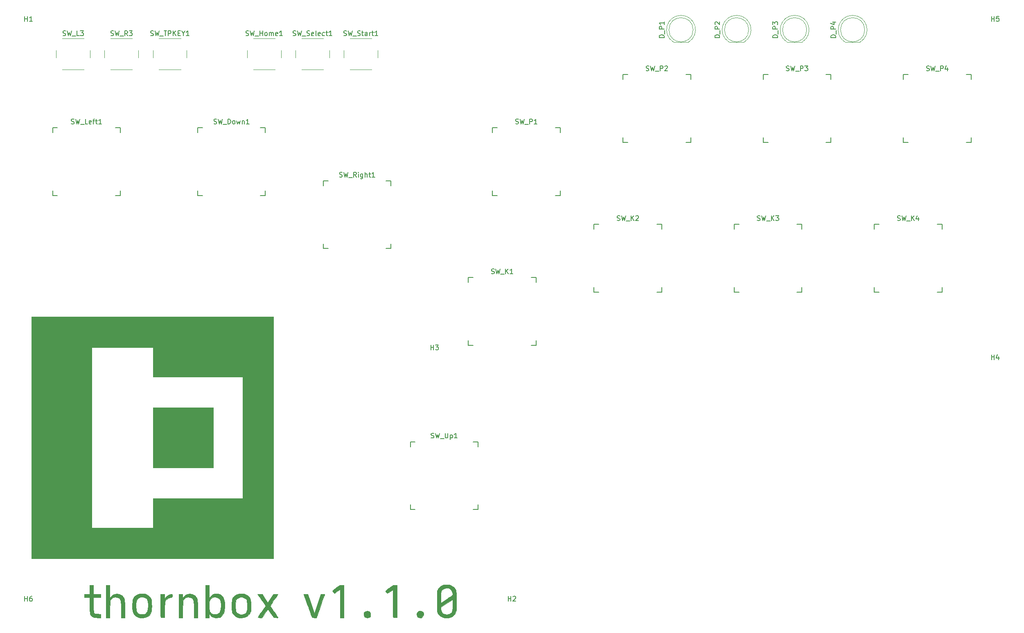
<source format=gbr>
G04 #@! TF.GenerationSoftware,KiCad,Pcbnew,5.1.9+dfsg1-1*
G04 #@! TF.CreationDate,2021-10-01T14:26:28-05:00*
G04 #@! TF.ProjectId,thornbox,74686f72-6e62-46f7-982e-6b696361645f,rev?*
G04 #@! TF.SameCoordinates,Original*
G04 #@! TF.FileFunction,Legend,Top*
G04 #@! TF.FilePolarity,Positive*
%FSLAX46Y46*%
G04 Gerber Fmt 4.6, Leading zero omitted, Abs format (unit mm)*
G04 Created by KiCad (PCBNEW 5.1.9+dfsg1-1) date 2021-10-01 14:26:28*
%MOMM*%
%LPD*%
G01*
G04 APERTURE LIST*
%ADD10C,0.010000*%
%ADD11C,0.120000*%
%ADD12C,0.150000*%
G04 APERTURE END LIST*
D10*
G36*
X129204334Y-151844333D02*
G01*
X128843726Y-151870406D01*
X128566723Y-151862824D01*
X128443230Y-151789424D01*
X128441747Y-151785739D01*
X128431204Y-151677100D01*
X128420367Y-151419861D01*
X128409681Y-151034753D01*
X128399593Y-150542509D01*
X128390546Y-149963860D01*
X128382987Y-149319538D01*
X128379021Y-148867235D01*
X128357667Y-146059471D01*
X127794895Y-146470547D01*
X127515193Y-146670307D01*
X127336692Y-146779645D01*
X127226469Y-146811504D01*
X127151598Y-146778829D01*
X127113785Y-146738311D01*
X126971221Y-146564584D01*
X126891658Y-146435740D01*
X126888357Y-146323942D01*
X126974575Y-146201355D01*
X127163571Y-146040141D01*
X127468604Y-145812465D01*
X127601269Y-145714848D01*
X127956884Y-145456709D01*
X128214200Y-145284945D01*
X128408757Y-145182199D01*
X128576098Y-145131113D01*
X128751764Y-145114330D01*
X128832931Y-145113333D01*
X129248610Y-145113333D01*
X129204334Y-151844333D01*
G37*
X129204334Y-151844333D02*
X128843726Y-151870406D01*
X128566723Y-151862824D01*
X128443230Y-151789424D01*
X128441747Y-151785739D01*
X128431204Y-151677100D01*
X128420367Y-151419861D01*
X128409681Y-151034753D01*
X128399593Y-150542509D01*
X128390546Y-149963860D01*
X128382987Y-149319538D01*
X128379021Y-148867235D01*
X128357667Y-146059471D01*
X127794895Y-146470547D01*
X127515193Y-146670307D01*
X127336692Y-146779645D01*
X127226469Y-146811504D01*
X127151598Y-146778829D01*
X127113785Y-146738311D01*
X126971221Y-146564584D01*
X126891658Y-146435740D01*
X126888357Y-146323942D01*
X126974575Y-146201355D01*
X127163571Y-146040141D01*
X127468604Y-145812465D01*
X127601269Y-145714848D01*
X127956884Y-145456709D01*
X128214200Y-145284945D01*
X128408757Y-145182199D01*
X128576098Y-145131113D01*
X128751764Y-145114330D01*
X128832931Y-145113333D01*
X129248610Y-145113333D01*
X129204334Y-151844333D01*
G36*
X123442516Y-150576602D02*
G01*
X123592815Y-150682518D01*
X123740855Y-150936783D01*
X123783801Y-151251909D01*
X123719583Y-151556087D01*
X123622454Y-151710570D01*
X123407229Y-151838904D01*
X123110401Y-151887555D01*
X122801308Y-151853589D01*
X122576839Y-151754866D01*
X122439210Y-151566769D01*
X122378870Y-151291955D01*
X122396524Y-150994732D01*
X122492877Y-150739408D01*
X122564763Y-150652880D01*
X122824822Y-150519668D01*
X123141343Y-150494932D01*
X123442516Y-150576602D01*
G37*
X123442516Y-150576602D02*
X123592815Y-150682518D01*
X123740855Y-150936783D01*
X123783801Y-151251909D01*
X123719583Y-151556087D01*
X123622454Y-151710570D01*
X123407229Y-151838904D01*
X123110401Y-151887555D01*
X122801308Y-151853589D01*
X122576839Y-151754866D01*
X122439210Y-151566769D01*
X122378870Y-151291955D01*
X122396524Y-150994732D01*
X122492877Y-150739408D01*
X122564763Y-150652880D01*
X122824822Y-150519668D01*
X123141343Y-150494932D01*
X123442516Y-150576602D01*
G36*
X118240000Y-151886667D02*
G01*
X117480194Y-151886667D01*
X117457931Y-148956908D01*
X117435667Y-146027149D01*
X116906262Y-146416908D01*
X116646534Y-146601937D01*
X116437545Y-146739410D01*
X116317438Y-146804512D01*
X116307188Y-146806666D01*
X116198282Y-146746516D01*
X116051772Y-146606912D01*
X115924234Y-146449131D01*
X115872190Y-146335543D01*
X115938230Y-146257598D01*
X116115543Y-146105307D01*
X116376515Y-145901200D01*
X116669802Y-145684833D01*
X117026950Y-145433147D01*
X117286429Y-145267655D01*
X117484443Y-145170858D01*
X117657197Y-145125258D01*
X117840896Y-145113358D01*
X117852280Y-145113333D01*
X118240000Y-145113333D01*
X118240000Y-151886667D01*
G37*
X118240000Y-151886667D02*
X117480194Y-151886667D01*
X117457931Y-148956908D01*
X117435667Y-146027149D01*
X116906262Y-146416908D01*
X116646534Y-146601937D01*
X116437545Y-146739410D01*
X116317438Y-146804512D01*
X116307188Y-146806666D01*
X116198282Y-146746516D01*
X116051772Y-146606912D01*
X115924234Y-146449131D01*
X115872190Y-146335543D01*
X115938230Y-146257598D01*
X116115543Y-146105307D01*
X116376515Y-145901200D01*
X116669802Y-145684833D01*
X117026950Y-145433147D01*
X117286429Y-145267655D01*
X117484443Y-145170858D01*
X117657197Y-145125258D01*
X117840896Y-145113358D01*
X117852280Y-145113333D01*
X118240000Y-145113333D01*
X118240000Y-151886667D01*
G36*
X110747000Y-146976191D02*
G01*
X111432725Y-148979730D01*
X112118450Y-150983268D01*
X112787392Y-149000801D01*
X113456334Y-147018333D01*
X113858500Y-146992528D01*
X114098574Y-146993076D01*
X114240848Y-147025265D01*
X114260667Y-147050949D01*
X114232927Y-147149093D01*
X114154452Y-147385953D01*
X114032358Y-147741101D01*
X113873758Y-148194106D01*
X113685769Y-148724540D01*
X113475506Y-149311975D01*
X113403863Y-149510921D01*
X112547059Y-151886667D01*
X112136842Y-151886667D01*
X111855724Y-151867463D01*
X111697810Y-151801069D01*
X111645414Y-151734922D01*
X111598526Y-151622387D01*
X111505207Y-151378531D01*
X111374297Y-151027812D01*
X111214641Y-150594689D01*
X111035080Y-150103623D01*
X110844459Y-149579070D01*
X110651619Y-149045491D01*
X110465403Y-148527345D01*
X110294655Y-148049089D01*
X110148218Y-147635184D01*
X110034933Y-147310087D01*
X109963645Y-147098259D01*
X109942667Y-147025213D01*
X110018638Y-146996532D01*
X110211899Y-146978843D01*
X110344834Y-146976096D01*
X110747000Y-146976191D01*
G37*
X110747000Y-146976191D02*
X111432725Y-148979730D01*
X112118450Y-150983268D01*
X112787392Y-149000801D01*
X113456334Y-147018333D01*
X113858500Y-146992528D01*
X114098574Y-146993076D01*
X114240848Y-147025265D01*
X114260667Y-147050949D01*
X114232927Y-147149093D01*
X114154452Y-147385953D01*
X114032358Y-147741101D01*
X113873758Y-148194106D01*
X113685769Y-148724540D01*
X113475506Y-149311975D01*
X113403863Y-149510921D01*
X112547059Y-151886667D01*
X112136842Y-151886667D01*
X111855724Y-151867463D01*
X111697810Y-151801069D01*
X111645414Y-151734922D01*
X111598526Y-151622387D01*
X111505207Y-151378531D01*
X111374297Y-151027812D01*
X111214641Y-150594689D01*
X111035080Y-150103623D01*
X110844459Y-149579070D01*
X110651619Y-149045491D01*
X110465403Y-148527345D01*
X110294655Y-148049089D01*
X110148218Y-147635184D01*
X110034933Y-147310087D01*
X109963645Y-147098259D01*
X109942667Y-147025213D01*
X110018638Y-146996532D01*
X110211899Y-146978843D01*
X110344834Y-146976096D01*
X110747000Y-146976191D01*
G36*
X104406473Y-146983771D02*
G01*
X104571132Y-147003766D01*
X104608667Y-147022068D01*
X104562317Y-147103209D01*
X104434042Y-147298515D01*
X104240004Y-147584118D01*
X103996363Y-147936152D01*
X103799166Y-148217542D01*
X103531603Y-148606550D01*
X103306159Y-148951828D01*
X103138295Y-149228244D01*
X103043471Y-149410669D01*
X103028989Y-149469421D01*
X103089553Y-149571722D01*
X103230094Y-149785054D01*
X103432409Y-150082482D01*
X103678294Y-150437072D01*
X103804334Y-150616667D01*
X104065169Y-150990327D01*
X104291550Y-151321055D01*
X104465061Y-151581453D01*
X104567291Y-151744123D01*
X104585412Y-151778855D01*
X104577644Y-151846317D01*
X104466204Y-151875408D01*
X104221195Y-151872790D01*
X104175068Y-151870303D01*
X103719667Y-151844333D01*
X103229385Y-151124667D01*
X103010837Y-150803507D01*
X102818401Y-150520068D01*
X102678424Y-150313187D01*
X102629005Y-150239603D01*
X102577125Y-150181976D01*
X102516059Y-150180789D01*
X102428276Y-150254129D01*
X102296244Y-150420084D01*
X102102431Y-150696740D01*
X101910894Y-150980437D01*
X101302880Y-151886667D01*
X100881440Y-151886667D01*
X100640567Y-151871878D01*
X100488025Y-151834083D01*
X100460000Y-151804804D01*
X100506560Y-151711405D01*
X100635395Y-151505041D01*
X100830238Y-151210453D01*
X101074822Y-150852381D01*
X101270200Y-150572542D01*
X102080400Y-149422143D01*
X101689965Y-148855238D01*
X101449828Y-148508755D01*
X101165115Y-148101166D01*
X100889511Y-147709269D01*
X100834995Y-147632167D01*
X100370459Y-146976000D01*
X100859730Y-146977495D01*
X101349000Y-146978991D01*
X101933746Y-147869368D01*
X102518492Y-148759746D01*
X103701798Y-146976000D01*
X104155232Y-146976000D01*
X104406473Y-146983771D01*
G37*
X104406473Y-146983771D02*
X104571132Y-147003766D01*
X104608667Y-147022068D01*
X104562317Y-147103209D01*
X104434042Y-147298515D01*
X104240004Y-147584118D01*
X103996363Y-147936152D01*
X103799166Y-148217542D01*
X103531603Y-148606550D01*
X103306159Y-148951828D01*
X103138295Y-149228244D01*
X103043471Y-149410669D01*
X103028989Y-149469421D01*
X103089553Y-149571722D01*
X103230094Y-149785054D01*
X103432409Y-150082482D01*
X103678294Y-150437072D01*
X103804334Y-150616667D01*
X104065169Y-150990327D01*
X104291550Y-151321055D01*
X104465061Y-151581453D01*
X104567291Y-151744123D01*
X104585412Y-151778855D01*
X104577644Y-151846317D01*
X104466204Y-151875408D01*
X104221195Y-151872790D01*
X104175068Y-151870303D01*
X103719667Y-151844333D01*
X103229385Y-151124667D01*
X103010837Y-150803507D01*
X102818401Y-150520068D01*
X102678424Y-150313187D01*
X102629005Y-150239603D01*
X102577125Y-150181976D01*
X102516059Y-150180789D01*
X102428276Y-150254129D01*
X102296244Y-150420084D01*
X102102431Y-150696740D01*
X101910894Y-150980437D01*
X101302880Y-151886667D01*
X100881440Y-151886667D01*
X100640567Y-151871878D01*
X100488025Y-151834083D01*
X100460000Y-151804804D01*
X100506560Y-151711405D01*
X100635395Y-151505041D01*
X100830238Y-151210453D01*
X101074822Y-150852381D01*
X101270200Y-150572542D01*
X102080400Y-149422143D01*
X101689965Y-148855238D01*
X101449828Y-148508755D01*
X101165115Y-148101166D01*
X100889511Y-147709269D01*
X100834995Y-147632167D01*
X100370459Y-146976000D01*
X100859730Y-146977495D01*
X101349000Y-146978991D01*
X101933746Y-147869368D01*
X102518492Y-148759746D01*
X103701798Y-146976000D01*
X104155232Y-146976000D01*
X104406473Y-146983771D01*
G36*
X86804257Y-146965326D02*
G01*
X87228405Y-147146419D01*
X87579437Y-147452833D01*
X87613348Y-147495951D01*
X87740424Y-147685703D01*
X87838042Y-147892475D01*
X87909892Y-148140938D01*
X87959664Y-148455763D01*
X87991045Y-148861621D01*
X88007726Y-149383183D01*
X88013394Y-150045120D01*
X88013528Y-150172167D01*
X88014000Y-151886667D01*
X87252000Y-151886667D01*
X87251869Y-150214500D01*
X87248227Y-149563709D01*
X87233872Y-149058045D01*
X87203488Y-148673387D01*
X87151756Y-148385613D01*
X87073360Y-148170602D01*
X86962983Y-148004234D01*
X86815308Y-147862388D01*
X86716625Y-147786352D01*
X86400766Y-147646155D01*
X86021745Y-147607486D01*
X85651318Y-147670258D01*
X85416709Y-147787948D01*
X85261741Y-147914036D01*
X85142735Y-148049587D01*
X85054471Y-148218464D01*
X84991732Y-148444528D01*
X84949300Y-148751642D01*
X84921957Y-149163668D01*
X84904484Y-149704467D01*
X84895336Y-150172167D01*
X84866283Y-151886667D01*
X84119334Y-151886667D01*
X84119334Y-146976000D01*
X84881334Y-146976000D01*
X84882272Y-147378167D01*
X84883211Y-147780333D01*
X85108372Y-147494565D01*
X85459049Y-147174173D01*
X85882985Y-146979183D01*
X86343585Y-146909574D01*
X86804257Y-146965326D01*
G37*
X86804257Y-146965326D02*
X87228405Y-147146419D01*
X87579437Y-147452833D01*
X87613348Y-147495951D01*
X87740424Y-147685703D01*
X87838042Y-147892475D01*
X87909892Y-148140938D01*
X87959664Y-148455763D01*
X87991045Y-148861621D01*
X88007726Y-149383183D01*
X88013394Y-150045120D01*
X88013528Y-150172167D01*
X88014000Y-151886667D01*
X87252000Y-151886667D01*
X87251869Y-150214500D01*
X87248227Y-149563709D01*
X87233872Y-149058045D01*
X87203488Y-148673387D01*
X87151756Y-148385613D01*
X87073360Y-148170602D01*
X86962983Y-148004234D01*
X86815308Y-147862388D01*
X86716625Y-147786352D01*
X86400766Y-147646155D01*
X86021745Y-147607486D01*
X85651318Y-147670258D01*
X85416709Y-147787948D01*
X85261741Y-147914036D01*
X85142735Y-148049587D01*
X85054471Y-148218464D01*
X84991732Y-148444528D01*
X84949300Y-148751642D01*
X84921957Y-149163668D01*
X84904484Y-149704467D01*
X84895336Y-150172167D01*
X84866283Y-151886667D01*
X84119334Y-151886667D01*
X84119334Y-146976000D01*
X84881334Y-146976000D01*
X84882272Y-147378167D01*
X84883211Y-147780333D01*
X85108372Y-147494565D01*
X85459049Y-147174173D01*
X85882985Y-146979183D01*
X86343585Y-146909574D01*
X86804257Y-146965326D01*
G36*
X80711500Y-146992528D02*
G01*
X81113667Y-147018333D01*
X81162934Y-147526333D01*
X81190432Y-147773380D01*
X81213597Y-147917012D01*
X81226434Y-147928744D01*
X81310548Y-147754734D01*
X81495397Y-147537123D01*
X81735628Y-147317938D01*
X81985890Y-147139207D01*
X82174943Y-147049782D01*
X82480549Y-146988796D01*
X82666868Y-147034877D01*
X82753031Y-147197555D01*
X82764667Y-147343521D01*
X82751904Y-147526830D01*
X82682280Y-147621046D01*
X82508796Y-147671736D01*
X82408743Y-147688605D01*
X81951677Y-147828953D01*
X81564501Y-148077687D01*
X81355261Y-148310991D01*
X81299458Y-148412723D01*
X81256694Y-148548235D01*
X81224323Y-148742534D01*
X81199697Y-149020624D01*
X81180169Y-149407510D01*
X81163092Y-149928197D01*
X81156000Y-150193333D01*
X81113667Y-151844333D01*
X80771929Y-151869484D01*
X80541929Y-151871671D01*
X80389668Y-151846163D01*
X80369762Y-151834206D01*
X80354176Y-151737055D01*
X80340082Y-151492567D01*
X80328017Y-151122734D01*
X80318522Y-150649549D01*
X80312135Y-150095006D01*
X80309397Y-149481098D01*
X80309334Y-149370250D01*
X80309334Y-146966722D01*
X80711500Y-146992528D01*
G37*
X80711500Y-146992528D02*
X81113667Y-147018333D01*
X81162934Y-147526333D01*
X81190432Y-147773380D01*
X81213597Y-147917012D01*
X81226434Y-147928744D01*
X81310548Y-147754734D01*
X81495397Y-147537123D01*
X81735628Y-147317938D01*
X81985890Y-147139207D01*
X82174943Y-147049782D01*
X82480549Y-146988796D01*
X82666868Y-147034877D01*
X82753031Y-147197555D01*
X82764667Y-147343521D01*
X82751904Y-147526830D01*
X82682280Y-147621046D01*
X82508796Y-147671736D01*
X82408743Y-147688605D01*
X81951677Y-147828953D01*
X81564501Y-148077687D01*
X81355261Y-148310991D01*
X81299458Y-148412723D01*
X81256694Y-148548235D01*
X81224323Y-148742534D01*
X81199697Y-149020624D01*
X81180169Y-149407510D01*
X81163092Y-149928197D01*
X81156000Y-150193333D01*
X81113667Y-151844333D01*
X80771929Y-151869484D01*
X80541929Y-151871671D01*
X80389668Y-151846163D01*
X80369762Y-151834206D01*
X80354176Y-151737055D01*
X80340082Y-151492567D01*
X80328017Y-151122734D01*
X80318522Y-150649549D01*
X80312135Y-150095006D01*
X80309397Y-149481098D01*
X80309334Y-149370250D01*
X80309334Y-146966722D01*
X80711500Y-146992528D01*
G36*
X69812545Y-147780333D02*
G01*
X70037706Y-147494565D01*
X70388383Y-147174173D01*
X70812318Y-146979183D01*
X71272919Y-146909574D01*
X71733590Y-146965326D01*
X72157738Y-147146419D01*
X72508770Y-147452833D01*
X72542681Y-147495951D01*
X72669757Y-147685703D01*
X72767375Y-147892475D01*
X72839226Y-148140938D01*
X72888997Y-148455763D01*
X72920378Y-148861621D01*
X72937059Y-149383183D01*
X72942728Y-150045120D01*
X72942861Y-150172167D01*
X72943334Y-151886667D01*
X72181334Y-151886667D01*
X72181202Y-150214500D01*
X72177560Y-149563709D01*
X72163206Y-149058045D01*
X72132821Y-148673387D01*
X72081089Y-148385613D01*
X72002694Y-148170602D01*
X71892317Y-148004234D01*
X71744642Y-147862388D01*
X71645958Y-147786352D01*
X71330099Y-147646155D01*
X70951079Y-147607486D01*
X70580652Y-147670258D01*
X70346042Y-147787948D01*
X70191075Y-147914036D01*
X70072068Y-148049587D01*
X69983804Y-148218464D01*
X69921065Y-148444528D01*
X69878633Y-148751642D01*
X69851290Y-149163668D01*
X69833817Y-149704467D01*
X69824669Y-150172167D01*
X69795616Y-151886667D01*
X69048667Y-151886667D01*
X69048667Y-145113333D01*
X69810667Y-145113333D01*
X69812545Y-147780333D01*
G37*
X69812545Y-147780333D02*
X70037706Y-147494565D01*
X70388383Y-147174173D01*
X70812318Y-146979183D01*
X71272919Y-146909574D01*
X71733590Y-146965326D01*
X72157738Y-147146419D01*
X72508770Y-147452833D01*
X72542681Y-147495951D01*
X72669757Y-147685703D01*
X72767375Y-147892475D01*
X72839226Y-148140938D01*
X72888997Y-148455763D01*
X72920378Y-148861621D01*
X72937059Y-149383183D01*
X72942728Y-150045120D01*
X72942861Y-150172167D01*
X72943334Y-151886667D01*
X72181334Y-151886667D01*
X72181202Y-150214500D01*
X72177560Y-149563709D01*
X72163206Y-149058045D01*
X72132821Y-148673387D01*
X72081089Y-148385613D01*
X72002694Y-148170602D01*
X71892317Y-148004234D01*
X71744642Y-147862388D01*
X71645958Y-147786352D01*
X71330099Y-147646155D01*
X70951079Y-147607486D01*
X70580652Y-147670258D01*
X70346042Y-147787948D01*
X70191075Y-147914036D01*
X70072068Y-148049587D01*
X69983804Y-148218464D01*
X69921065Y-148444528D01*
X69878633Y-148751642D01*
X69851290Y-149163668D01*
X69833817Y-149704467D01*
X69824669Y-150172167D01*
X69795616Y-151886667D01*
X69048667Y-151886667D01*
X69048667Y-145113333D01*
X69810667Y-145113333D01*
X69812545Y-147780333D01*
G36*
X66424000Y-146976000D02*
G01*
X67948000Y-146976000D01*
X67948000Y-147653333D01*
X66424000Y-147653333D01*
X66425248Y-149156167D01*
X66427041Y-149772950D01*
X66437459Y-150241288D01*
X66465805Y-150582064D01*
X66521379Y-150816166D01*
X66613482Y-150964479D01*
X66751415Y-151047888D01*
X66944480Y-151087280D01*
X67201977Y-151103539D01*
X67294043Y-151107061D01*
X67948000Y-151131789D01*
X67948000Y-151886667D01*
X67334167Y-151879389D01*
X66990535Y-151865703D01*
X66682331Y-151836866D01*
X66478403Y-151799612D01*
X66234699Y-151691029D01*
X66064551Y-151574056D01*
X65932573Y-151437659D01*
X65832459Y-151278178D01*
X65759985Y-151071380D01*
X65710926Y-150793032D01*
X65681060Y-150418898D01*
X65666160Y-149924746D01*
X65662003Y-149286342D01*
X65662000Y-149264719D01*
X65662000Y-147653333D01*
X64561334Y-147653333D01*
X64561334Y-146976000D01*
X65662000Y-146976000D01*
X65662000Y-145113333D01*
X66424000Y-145113333D01*
X66424000Y-146976000D01*
G37*
X66424000Y-146976000D02*
X67948000Y-146976000D01*
X67948000Y-147653333D01*
X66424000Y-147653333D01*
X66425248Y-149156167D01*
X66427041Y-149772950D01*
X66437459Y-150241288D01*
X66465805Y-150582064D01*
X66521379Y-150816166D01*
X66613482Y-150964479D01*
X66751415Y-151047888D01*
X66944480Y-151087280D01*
X67201977Y-151103539D01*
X67294043Y-151107061D01*
X67948000Y-151131789D01*
X67948000Y-151886667D01*
X67334167Y-151879389D01*
X66990535Y-151865703D01*
X66682331Y-151836866D01*
X66478403Y-151799612D01*
X66234699Y-151691029D01*
X66064551Y-151574056D01*
X65932573Y-151437659D01*
X65832459Y-151278178D01*
X65759985Y-151071380D01*
X65710926Y-150793032D01*
X65681060Y-150418898D01*
X65666160Y-149924746D01*
X65662003Y-149286342D01*
X65662000Y-149264719D01*
X65662000Y-147653333D01*
X64561334Y-147653333D01*
X64561334Y-146976000D01*
X65662000Y-146976000D01*
X65662000Y-145113333D01*
X66424000Y-145113333D01*
X66424000Y-146976000D01*
G36*
X140065631Y-145077930D02*
G01*
X140223491Y-145116830D01*
X140612142Y-145291828D01*
X140974399Y-145570901D01*
X141263123Y-145909506D01*
X141429350Y-146256333D01*
X141459802Y-146456286D01*
X141485107Y-146802756D01*
X141504352Y-147272979D01*
X141516626Y-147844192D01*
X141521014Y-148493632D01*
X141521002Y-148542333D01*
X141517978Y-149244839D01*
X141506433Y-149801460D01*
X141480982Y-150235619D01*
X141436240Y-150570735D01*
X141366821Y-150830228D01*
X141267341Y-151037520D01*
X141132415Y-151216031D01*
X140956657Y-151389182D01*
X140843723Y-151487973D01*
X140637791Y-151649499D01*
X140439359Y-151758407D01*
X140195794Y-151834685D01*
X139854462Y-151898321D01*
X139703000Y-151921183D01*
X139521352Y-151924093D01*
X139252072Y-151903418D01*
X139107060Y-151885399D01*
X138576901Y-151753857D01*
X138159876Y-151513711D01*
X137823637Y-151142281D01*
X137659737Y-150870667D01*
X137609893Y-150762882D01*
X137571668Y-150634978D01*
X137543554Y-150464291D01*
X137524040Y-150228159D01*
X137511616Y-149903921D01*
X137508596Y-149711886D01*
X138306000Y-149711886D01*
X138306000Y-150067089D01*
X138374725Y-150444370D01*
X138557732Y-150793251D01*
X138820269Y-151053367D01*
X138901208Y-151101018D01*
X139192342Y-151183448D01*
X139560623Y-151202952D01*
X139926603Y-151161040D01*
X140179525Y-151076718D01*
X140396627Y-150921730D01*
X140556110Y-150698344D01*
X140664818Y-150383898D01*
X140729593Y-149955726D01*
X140757278Y-149391165D01*
X140759474Y-149155846D01*
X140761334Y-148076025D01*
X139533667Y-148893956D01*
X138306000Y-149711886D01*
X137508596Y-149711886D01*
X137504774Y-149468914D01*
X137502003Y-148900476D01*
X137501667Y-148497855D01*
X137502079Y-147851723D01*
X137503046Y-147666174D01*
X138306000Y-147666174D01*
X138306000Y-148839308D01*
X139533667Y-148021377D01*
X139978916Y-147722769D01*
X140301619Y-147499105D01*
X140521310Y-147333199D01*
X140657524Y-147207870D01*
X140729794Y-147105934D01*
X140757654Y-147010208D01*
X140761202Y-146941557D01*
X140692628Y-146585667D01*
X140514137Y-146230251D01*
X140266074Y-145953849D01*
X140246003Y-145938651D01*
X139889506Y-145770989D01*
X139484697Y-145725827D01*
X139080674Y-145795666D01*
X138726534Y-145973008D01*
X138499595Y-146205354D01*
X138421712Y-146333551D01*
X138367984Y-146468670D01*
X138333983Y-146644144D01*
X138315276Y-146893405D01*
X138307434Y-147249887D01*
X138306000Y-147666174D01*
X137503046Y-147666174D01*
X137504689Y-147351132D01*
X137511558Y-146972291D01*
X137524748Y-146691406D01*
X137546318Y-146484686D01*
X137578331Y-146328337D01*
X137622848Y-146198570D01*
X137681929Y-146071590D01*
X137717970Y-146000944D01*
X138016999Y-145596418D01*
X138430599Y-145291508D01*
X138929451Y-145096559D01*
X139484235Y-145021918D01*
X140065631Y-145077930D01*
G37*
X140065631Y-145077930D02*
X140223491Y-145116830D01*
X140612142Y-145291828D01*
X140974399Y-145570901D01*
X141263123Y-145909506D01*
X141429350Y-146256333D01*
X141459802Y-146456286D01*
X141485107Y-146802756D01*
X141504352Y-147272979D01*
X141516626Y-147844192D01*
X141521014Y-148493632D01*
X141521002Y-148542333D01*
X141517978Y-149244839D01*
X141506433Y-149801460D01*
X141480982Y-150235619D01*
X141436240Y-150570735D01*
X141366821Y-150830228D01*
X141267341Y-151037520D01*
X141132415Y-151216031D01*
X140956657Y-151389182D01*
X140843723Y-151487973D01*
X140637791Y-151649499D01*
X140439359Y-151758407D01*
X140195794Y-151834685D01*
X139854462Y-151898321D01*
X139703000Y-151921183D01*
X139521352Y-151924093D01*
X139252072Y-151903418D01*
X139107060Y-151885399D01*
X138576901Y-151753857D01*
X138159876Y-151513711D01*
X137823637Y-151142281D01*
X137659737Y-150870667D01*
X137609893Y-150762882D01*
X137571668Y-150634978D01*
X137543554Y-150464291D01*
X137524040Y-150228159D01*
X137511616Y-149903921D01*
X137508596Y-149711886D01*
X138306000Y-149711886D01*
X138306000Y-150067089D01*
X138374725Y-150444370D01*
X138557732Y-150793251D01*
X138820269Y-151053367D01*
X138901208Y-151101018D01*
X139192342Y-151183448D01*
X139560623Y-151202952D01*
X139926603Y-151161040D01*
X140179525Y-151076718D01*
X140396627Y-150921730D01*
X140556110Y-150698344D01*
X140664818Y-150383898D01*
X140729593Y-149955726D01*
X140757278Y-149391165D01*
X140759474Y-149155846D01*
X140761334Y-148076025D01*
X139533667Y-148893956D01*
X138306000Y-149711886D01*
X137508596Y-149711886D01*
X137504774Y-149468914D01*
X137502003Y-148900476D01*
X137501667Y-148497855D01*
X137502079Y-147851723D01*
X137503046Y-147666174D01*
X138306000Y-147666174D01*
X138306000Y-148839308D01*
X139533667Y-148021377D01*
X139978916Y-147722769D01*
X140301619Y-147499105D01*
X140521310Y-147333199D01*
X140657524Y-147207870D01*
X140729794Y-147105934D01*
X140757654Y-147010208D01*
X140761202Y-146941557D01*
X140692628Y-146585667D01*
X140514137Y-146230251D01*
X140266074Y-145953849D01*
X140246003Y-145938651D01*
X139889506Y-145770989D01*
X139484697Y-145725827D01*
X139080674Y-145795666D01*
X138726534Y-145973008D01*
X138499595Y-146205354D01*
X138421712Y-146333551D01*
X138367984Y-146468670D01*
X138333983Y-146644144D01*
X138315276Y-146893405D01*
X138307434Y-147249887D01*
X138306000Y-147666174D01*
X137503046Y-147666174D01*
X137504689Y-147351132D01*
X137511558Y-146972291D01*
X137524748Y-146691406D01*
X137546318Y-146484686D01*
X137578331Y-146328337D01*
X137622848Y-146198570D01*
X137681929Y-146071590D01*
X137717970Y-146000944D01*
X138016999Y-145596418D01*
X138430599Y-145291508D01*
X138929451Y-145096559D01*
X139484235Y-145021918D01*
X140065631Y-145077930D01*
G36*
X134420134Y-150581068D02*
G01*
X134634574Y-150768162D01*
X134737641Y-151027084D01*
X134722351Y-151324152D01*
X134608081Y-151605975D01*
X134414205Y-151819163D01*
X134222733Y-151902979D01*
X133999788Y-151908346D01*
X133769320Y-151872129D01*
X133515317Y-151725137D01*
X133357884Y-151456740D01*
X133313360Y-151141849D01*
X133388388Y-150852298D01*
X133578139Y-150639690D01*
X133841053Y-150515779D01*
X134135572Y-150492320D01*
X134420134Y-150581068D01*
G37*
X134420134Y-150581068D02*
X134634574Y-150768162D01*
X134737641Y-151027084D01*
X134722351Y-151324152D01*
X134608081Y-151605975D01*
X134414205Y-151819163D01*
X134222733Y-151902979D01*
X133999788Y-151908346D01*
X133769320Y-151872129D01*
X133515317Y-151725137D01*
X133357884Y-151456740D01*
X133313360Y-151141849D01*
X133388388Y-150852298D01*
X133578139Y-150639690D01*
X133841053Y-150515779D01*
X134135572Y-150492320D01*
X134420134Y-150581068D01*
G36*
X97553227Y-146949069D02*
G01*
X98034739Y-147115708D01*
X98416385Y-147366700D01*
X98665949Y-147618774D01*
X98845464Y-147903116D01*
X98964356Y-148250768D01*
X99032052Y-148692773D01*
X99057976Y-149260172D01*
X99058964Y-149482846D01*
X99054375Y-149931339D01*
X99039615Y-150252156D01*
X99008439Y-150486909D01*
X98954607Y-150677208D01*
X98871874Y-150864665D01*
X98843146Y-150921404D01*
X98527886Y-151363002D01*
X98105342Y-151675427D01*
X97579837Y-151856856D01*
X96955691Y-151905469D01*
X96579252Y-151875865D01*
X96061244Y-151730412D01*
X95624460Y-151446279D01*
X95292875Y-151042884D01*
X95139551Y-150709866D01*
X95094172Y-150478950D01*
X95063370Y-150125507D01*
X95047221Y-149695719D01*
X95046185Y-149359749D01*
X95802235Y-149359749D01*
X95811145Y-149802007D01*
X95843950Y-150200817D01*
X95900532Y-150503423D01*
X95925239Y-150575199D01*
X96135467Y-150874440D01*
X96454417Y-151086920D01*
X96839305Y-151201510D01*
X97247350Y-151207083D01*
X97635770Y-151092510D01*
X97725390Y-151043428D01*
X97937997Y-150888957D01*
X98087887Y-150706750D01*
X98183957Y-150466924D01*
X98235103Y-150139598D01*
X98250223Y-149694889D01*
X98244218Y-149300854D01*
X98231064Y-148863368D01*
X98214206Y-148560164D01*
X98186190Y-148356234D01*
X98139560Y-148216569D01*
X98066863Y-148106158D01*
X97966366Y-147995957D01*
X97618611Y-147738126D01*
X97224486Y-147612781D01*
X96820201Y-147614545D01*
X96441963Y-147738041D01*
X96125980Y-147977894D01*
X95920074Y-148299829D01*
X95856579Y-148555906D01*
X95817340Y-148926797D01*
X95802235Y-149359749D01*
X95046185Y-149359749D01*
X95045802Y-149235769D01*
X95059186Y-148791842D01*
X95087450Y-148410120D01*
X95130669Y-148136787D01*
X95135317Y-148119000D01*
X95332073Y-147700130D01*
X95651357Y-147361633D01*
X96063142Y-147110394D01*
X96537401Y-146953297D01*
X97044105Y-146897227D01*
X97553227Y-146949069D01*
G37*
X97553227Y-146949069D02*
X98034739Y-147115708D01*
X98416385Y-147366700D01*
X98665949Y-147618774D01*
X98845464Y-147903116D01*
X98964356Y-148250768D01*
X99032052Y-148692773D01*
X99057976Y-149260172D01*
X99058964Y-149482846D01*
X99054375Y-149931339D01*
X99039615Y-150252156D01*
X99008439Y-150486909D01*
X98954607Y-150677208D01*
X98871874Y-150864665D01*
X98843146Y-150921404D01*
X98527886Y-151363002D01*
X98105342Y-151675427D01*
X97579837Y-151856856D01*
X96955691Y-151905469D01*
X96579252Y-151875865D01*
X96061244Y-151730412D01*
X95624460Y-151446279D01*
X95292875Y-151042884D01*
X95139551Y-150709866D01*
X95094172Y-150478950D01*
X95063370Y-150125507D01*
X95047221Y-149695719D01*
X95046185Y-149359749D01*
X95802235Y-149359749D01*
X95811145Y-149802007D01*
X95843950Y-150200817D01*
X95900532Y-150503423D01*
X95925239Y-150575199D01*
X96135467Y-150874440D01*
X96454417Y-151086920D01*
X96839305Y-151201510D01*
X97247350Y-151207083D01*
X97635770Y-151092510D01*
X97725390Y-151043428D01*
X97937997Y-150888957D01*
X98087887Y-150706750D01*
X98183957Y-150466924D01*
X98235103Y-150139598D01*
X98250223Y-149694889D01*
X98244218Y-149300854D01*
X98231064Y-148863368D01*
X98214206Y-148560164D01*
X98186190Y-148356234D01*
X98139560Y-148216569D01*
X98066863Y-148106158D01*
X97966366Y-147995957D01*
X97618611Y-147738126D01*
X97224486Y-147612781D01*
X96820201Y-147614545D01*
X96441963Y-147738041D01*
X96125980Y-147977894D01*
X95920074Y-148299829D01*
X95856579Y-148555906D01*
X95817340Y-148926797D01*
X95802235Y-149359749D01*
X95046185Y-149359749D01*
X95045802Y-149235769D01*
X95059186Y-148791842D01*
X95087450Y-148410120D01*
X95130669Y-148136787D01*
X95135317Y-148119000D01*
X95332073Y-147700130D01*
X95651357Y-147361633D01*
X96063142Y-147110394D01*
X96537401Y-146953297D01*
X97044105Y-146897227D01*
X97553227Y-146949069D01*
G36*
X90384667Y-147738488D02*
G01*
X90690123Y-147400384D01*
X91071122Y-147090447D01*
X91523403Y-146930025D01*
X92056448Y-146915893D01*
X92100856Y-146920748D01*
X92581721Y-147036440D01*
X92964376Y-147263041D01*
X93252749Y-147607989D01*
X93450768Y-148078719D01*
X93562362Y-148682667D01*
X93591459Y-149427269D01*
X93582729Y-149725917D01*
X93553763Y-150201351D01*
X93511007Y-150548747D01*
X93447437Y-150809265D01*
X93363783Y-151009062D01*
X93218307Y-151237153D01*
X93024037Y-151471919D01*
X92822167Y-151670358D01*
X92653893Y-151789464D01*
X92600671Y-151805687D01*
X92488039Y-151822484D01*
X92277365Y-151859813D01*
X92205000Y-151873319D01*
X91893291Y-151899180D01*
X91556270Y-151881382D01*
X91495515Y-151872171D01*
X91059222Y-151742001D01*
X90736495Y-151512709D01*
X90550275Y-151268233D01*
X90385300Y-150997667D01*
X90384983Y-151442167D01*
X90384667Y-151886667D01*
X89622667Y-151886667D01*
X89622667Y-149467658D01*
X90393250Y-149467658D01*
X90397821Y-149628196D01*
X90419084Y-150055998D01*
X90450130Y-150352948D01*
X90498043Y-150557508D01*
X90569904Y-150708137D01*
X90606504Y-150761315D01*
X90846188Y-151013551D01*
X91127528Y-151151019D01*
X91497385Y-151192258D01*
X91679902Y-151186007D01*
X91991129Y-151151753D01*
X92202932Y-151078811D01*
X92384794Y-150940551D01*
X92426584Y-150899826D01*
X92579699Y-150714204D01*
X92680679Y-150492879D01*
X92753455Y-150177683D01*
X92773162Y-150057447D01*
X92819188Y-149555213D01*
X92810545Y-149049038D01*
X92751867Y-148587901D01*
X92647792Y-148220777D01*
X92587900Y-148100144D01*
X92358038Y-147862854D01*
X92025716Y-147686248D01*
X91654134Y-147595944D01*
X91364478Y-147604261D01*
X90988202Y-147753368D01*
X90674415Y-148024443D01*
X90472831Y-148373139D01*
X90460842Y-148410288D01*
X90418697Y-148656196D01*
X90395364Y-149024150D01*
X90393250Y-149467658D01*
X89622667Y-149467658D01*
X89622667Y-145113333D01*
X90384667Y-145113333D01*
X90384667Y-147738488D01*
G37*
X90384667Y-147738488D02*
X90690123Y-147400384D01*
X91071122Y-147090447D01*
X91523403Y-146930025D01*
X92056448Y-146915893D01*
X92100856Y-146920748D01*
X92581721Y-147036440D01*
X92964376Y-147263041D01*
X93252749Y-147607989D01*
X93450768Y-148078719D01*
X93562362Y-148682667D01*
X93591459Y-149427269D01*
X93582729Y-149725917D01*
X93553763Y-150201351D01*
X93511007Y-150548747D01*
X93447437Y-150809265D01*
X93363783Y-151009062D01*
X93218307Y-151237153D01*
X93024037Y-151471919D01*
X92822167Y-151670358D01*
X92653893Y-151789464D01*
X92600671Y-151805687D01*
X92488039Y-151822484D01*
X92277365Y-151859813D01*
X92205000Y-151873319D01*
X91893291Y-151899180D01*
X91556270Y-151881382D01*
X91495515Y-151872171D01*
X91059222Y-151742001D01*
X90736495Y-151512709D01*
X90550275Y-151268233D01*
X90385300Y-150997667D01*
X90384983Y-151442167D01*
X90384667Y-151886667D01*
X89622667Y-151886667D01*
X89622667Y-149467658D01*
X90393250Y-149467658D01*
X90397821Y-149628196D01*
X90419084Y-150055998D01*
X90450130Y-150352948D01*
X90498043Y-150557508D01*
X90569904Y-150708137D01*
X90606504Y-150761315D01*
X90846188Y-151013551D01*
X91127528Y-151151019D01*
X91497385Y-151192258D01*
X91679902Y-151186007D01*
X91991129Y-151151753D01*
X92202932Y-151078811D01*
X92384794Y-150940551D01*
X92426584Y-150899826D01*
X92579699Y-150714204D01*
X92680679Y-150492879D01*
X92753455Y-150177683D01*
X92773162Y-150057447D01*
X92819188Y-149555213D01*
X92810545Y-149049038D01*
X92751867Y-148587901D01*
X92647792Y-148220777D01*
X92587900Y-148100144D01*
X92358038Y-147862854D01*
X92025716Y-147686248D01*
X91654134Y-147595944D01*
X91364478Y-147604261D01*
X90988202Y-147753368D01*
X90674415Y-148024443D01*
X90472831Y-148373139D01*
X90460842Y-148410288D01*
X90418697Y-148656196D01*
X90395364Y-149024150D01*
X90393250Y-149467658D01*
X89622667Y-149467658D01*
X89622667Y-145113333D01*
X90384667Y-145113333D01*
X90384667Y-147738488D01*
G36*
X76965095Y-146957326D02*
G01*
X77320813Y-147024349D01*
X77610472Y-147156845D01*
X77884505Y-147373310D01*
X78005409Y-147492015D01*
X78189549Y-147707554D01*
X78321685Y-147940474D01*
X78409702Y-148223107D01*
X78461486Y-148587784D01*
X78484921Y-149066839D01*
X78488689Y-149473667D01*
X78480797Y-150009659D01*
X78451038Y-150413529D01*
X78389763Y-150722046D01*
X78287323Y-150971981D01*
X78134071Y-151200102D01*
X77992263Y-151365544D01*
X77633806Y-151641966D01*
X77164614Y-151825119D01*
X76621234Y-151905291D01*
X76067784Y-151876957D01*
X75566853Y-151746941D01*
X75159939Y-151504367D01*
X74906798Y-151257103D01*
X74723070Y-151007724D01*
X74594925Y-150725237D01*
X74515699Y-150377805D01*
X74478729Y-149933591D01*
X74477350Y-149360758D01*
X74480649Y-149232886D01*
X75239265Y-149232886D01*
X75248987Y-149673949D01*
X75285861Y-150097776D01*
X75347254Y-150452185D01*
X75420659Y-150667463D01*
X75667176Y-150964738D01*
X76028293Y-151138589D01*
X76505134Y-151189504D01*
X76609236Y-151185301D01*
X76921592Y-151151198D01*
X77133725Y-151078278D01*
X77314243Y-150940696D01*
X77349164Y-150906579D01*
X77558115Y-150589221D01*
X77694374Y-150140115D01*
X77753110Y-149582654D01*
X77737301Y-149026637D01*
X77674222Y-148545845D01*
X77565289Y-148198734D01*
X77392524Y-147951960D01*
X77137951Y-147772180D01*
X77034114Y-147722397D01*
X76575348Y-147596710D01*
X76149069Y-147625431D01*
X75779409Y-147797555D01*
X75490504Y-148102077D01*
X75311794Y-148507788D01*
X75259324Y-148826771D01*
X75239265Y-149232886D01*
X74480649Y-149232886D01*
X74480918Y-149222496D01*
X74515089Y-148631452D01*
X74587154Y-148176525D01*
X74710563Y-147826274D01*
X74898767Y-147549256D01*
X75165215Y-147314028D01*
X75349888Y-147191135D01*
X75572072Y-147063380D01*
X75766096Y-146986876D01*
X75988581Y-146949048D01*
X76296150Y-146937320D01*
X76492888Y-146937280D01*
X76965095Y-146957326D01*
G37*
X76965095Y-146957326D02*
X77320813Y-147024349D01*
X77610472Y-147156845D01*
X77884505Y-147373310D01*
X78005409Y-147492015D01*
X78189549Y-147707554D01*
X78321685Y-147940474D01*
X78409702Y-148223107D01*
X78461486Y-148587784D01*
X78484921Y-149066839D01*
X78488689Y-149473667D01*
X78480797Y-150009659D01*
X78451038Y-150413529D01*
X78389763Y-150722046D01*
X78287323Y-150971981D01*
X78134071Y-151200102D01*
X77992263Y-151365544D01*
X77633806Y-151641966D01*
X77164614Y-151825119D01*
X76621234Y-151905291D01*
X76067784Y-151876957D01*
X75566853Y-151746941D01*
X75159939Y-151504367D01*
X74906798Y-151257103D01*
X74723070Y-151007724D01*
X74594925Y-150725237D01*
X74515699Y-150377805D01*
X74478729Y-149933591D01*
X74477350Y-149360758D01*
X74480649Y-149232886D01*
X75239265Y-149232886D01*
X75248987Y-149673949D01*
X75285861Y-150097776D01*
X75347254Y-150452185D01*
X75420659Y-150667463D01*
X75667176Y-150964738D01*
X76028293Y-151138589D01*
X76505134Y-151189504D01*
X76609236Y-151185301D01*
X76921592Y-151151198D01*
X77133725Y-151078278D01*
X77314243Y-150940696D01*
X77349164Y-150906579D01*
X77558115Y-150589221D01*
X77694374Y-150140115D01*
X77753110Y-149582654D01*
X77737301Y-149026637D01*
X77674222Y-148545845D01*
X77565289Y-148198734D01*
X77392524Y-147951960D01*
X77137951Y-147772180D01*
X77034114Y-147722397D01*
X76575348Y-147596710D01*
X76149069Y-147625431D01*
X75779409Y-147797555D01*
X75490504Y-148102077D01*
X75311794Y-148507788D01*
X75259324Y-148826771D01*
X75239265Y-149232886D01*
X74480649Y-149232886D01*
X74480918Y-149222496D01*
X74515089Y-148631452D01*
X74587154Y-148176525D01*
X74710563Y-147826274D01*
X74898767Y-147549256D01*
X75165215Y-147314028D01*
X75349888Y-147191135D01*
X75572072Y-147063380D01*
X75766096Y-146986876D01*
X75988581Y-146949048D01*
X76296150Y-146937320D01*
X76492888Y-146937280D01*
X76965095Y-146957326D01*
D11*
X221955000Y-32790000D02*
X225045000Y-32790000D01*
X226000000Y-30230000D02*
G75*
G03*
X226000000Y-30230000I-2500000J0D01*
G01*
X223499538Y-27240000D02*
G75*
G02*
X225044830Y-32790000I462J-2990000D01*
G01*
X223500462Y-27240000D02*
G75*
G03*
X221955170Y-32790000I-462J-2990000D01*
G01*
X209955000Y-32790000D02*
X213045000Y-32790000D01*
X214000000Y-30230000D02*
G75*
G03*
X214000000Y-30230000I-2500000J0D01*
G01*
X211499538Y-27240000D02*
G75*
G02*
X213044830Y-32790000I462J-2990000D01*
G01*
X211500462Y-27240000D02*
G75*
G03*
X209955170Y-32790000I-462J-2990000D01*
G01*
X197955000Y-32790000D02*
X201045000Y-32790000D01*
X202000000Y-30230000D02*
G75*
G03*
X202000000Y-30230000I-2500000J0D01*
G01*
X199499538Y-27240000D02*
G75*
G02*
X201044830Y-32790000I462J-2990000D01*
G01*
X199500462Y-27240000D02*
G75*
G03*
X197955170Y-32790000I-462J-2990000D01*
G01*
X186455000Y-32790000D02*
X189545000Y-32790000D01*
X190500000Y-30230000D02*
G75*
G03*
X190500000Y-30230000I-2500000J0D01*
G01*
X187999538Y-27240000D02*
G75*
G02*
X189544830Y-32790000I462J-2990000D01*
G01*
X188000462Y-27240000D02*
G75*
G03*
X186455170Y-32790000I-462J-2990000D01*
G01*
X65750000Y-36000000D02*
X65750000Y-34500000D01*
X64500000Y-32000000D02*
X60000000Y-32000000D01*
X58750000Y-34500000D02*
X58750000Y-36000000D01*
X60000000Y-38500000D02*
X64500000Y-38500000D01*
X75750000Y-36000000D02*
X75750000Y-34500000D01*
X74500000Y-32000000D02*
X70000000Y-32000000D01*
X68750000Y-34500000D02*
X68750000Y-36000000D01*
X70000000Y-38500000D02*
X74500000Y-38500000D01*
X115250000Y-36000000D02*
X115250000Y-34500000D01*
X114000000Y-32000000D02*
X109500000Y-32000000D01*
X108250000Y-34500000D02*
X108250000Y-36000000D01*
X109500000Y-38500000D02*
X114000000Y-38500000D01*
X125250000Y-36000000D02*
X125250000Y-34500000D01*
X124000000Y-32000000D02*
X119500000Y-32000000D01*
X118250000Y-34500000D02*
X118250000Y-36000000D01*
X119500000Y-38500000D02*
X124000000Y-38500000D01*
X85750000Y-36000000D02*
X85750000Y-34500000D01*
X84500000Y-32000000D02*
X80000000Y-32000000D01*
X78750000Y-34500000D02*
X78750000Y-36000000D01*
X80000000Y-38500000D02*
X84500000Y-38500000D01*
X105250000Y-36000000D02*
X105250000Y-34500000D01*
X104000000Y-32000000D02*
X99500000Y-32000000D01*
X98250000Y-34500000D02*
X98250000Y-36000000D01*
X99500000Y-38500000D02*
X104000000Y-38500000D01*
D10*
G36*
X103646000Y-139646000D02*
G01*
X53608000Y-139646000D01*
X53608000Y-95958000D01*
X66054000Y-95958000D01*
X66054000Y-133296000D01*
X78754000Y-133296000D01*
X78754000Y-127200000D01*
X97296000Y-127200000D01*
X97296000Y-102054000D01*
X78754000Y-102054000D01*
X78754000Y-95958000D01*
X66054000Y-95958000D01*
X53608000Y-95958000D01*
X53608000Y-89608000D01*
X103646000Y-89608000D01*
X103646000Y-139646000D01*
G37*
X103646000Y-139646000D02*
X53608000Y-139646000D01*
X53608000Y-95958000D01*
X66054000Y-95958000D01*
X66054000Y-133296000D01*
X78754000Y-133296000D01*
X78754000Y-127200000D01*
X97296000Y-127200000D01*
X97296000Y-102054000D01*
X78754000Y-102054000D01*
X78754000Y-95958000D01*
X66054000Y-95958000D01*
X53608000Y-95958000D01*
X53608000Y-89608000D01*
X103646000Y-89608000D01*
X103646000Y-139646000D01*
G36*
X91200000Y-120850000D02*
G01*
X78754000Y-120850000D01*
X78754000Y-108404000D01*
X91200000Y-108404000D01*
X91200000Y-120850000D01*
G37*
X91200000Y-120850000D02*
X78754000Y-120850000D01*
X78754000Y-108404000D01*
X91200000Y-108404000D01*
X91200000Y-120850000D01*
D12*
X58000000Y-51500000D02*
X58000000Y-50500000D01*
X58000000Y-64500000D02*
X59000000Y-64500000D01*
X59000000Y-50500000D02*
X58000000Y-50500000D01*
X58000000Y-64500000D02*
X58000000Y-63500000D01*
X72000000Y-63500000D02*
X72000000Y-64500000D01*
X72000000Y-50500000D02*
X71000000Y-50500000D01*
X71000000Y-64500000D02*
X72000000Y-64500000D01*
X72000000Y-50500000D02*
X72000000Y-51500000D01*
X114000000Y-62500000D02*
X114000000Y-61500000D01*
X114000000Y-75500000D02*
X115000000Y-75500000D01*
X115000000Y-61500000D02*
X114000000Y-61500000D01*
X114000000Y-75500000D02*
X114000000Y-74500000D01*
X128000000Y-74500000D02*
X128000000Y-75500000D01*
X128000000Y-61500000D02*
X127000000Y-61500000D01*
X127000000Y-75500000D02*
X128000000Y-75500000D01*
X128000000Y-61500000D02*
X128000000Y-62500000D01*
X234000000Y-40500000D02*
X234000000Y-39500000D01*
X234000000Y-53500000D02*
X235000000Y-53500000D01*
X235000000Y-39500000D02*
X234000000Y-39500000D01*
X234000000Y-53500000D02*
X234000000Y-52500000D01*
X248000000Y-52500000D02*
X248000000Y-53500000D01*
X248000000Y-39500000D02*
X247000000Y-39500000D01*
X247000000Y-53500000D02*
X248000000Y-53500000D01*
X248000000Y-39500000D02*
X248000000Y-40500000D01*
X205000000Y-40500000D02*
X205000000Y-39500000D01*
X205000000Y-53500000D02*
X206000000Y-53500000D01*
X206000000Y-39500000D02*
X205000000Y-39500000D01*
X205000000Y-53500000D02*
X205000000Y-52500000D01*
X219000000Y-52500000D02*
X219000000Y-53500000D01*
X219000000Y-39500000D02*
X218000000Y-39500000D01*
X218000000Y-53500000D02*
X219000000Y-53500000D01*
X219000000Y-39500000D02*
X219000000Y-40500000D01*
X176000000Y-40500000D02*
X176000000Y-39500000D01*
X176000000Y-53500000D02*
X177000000Y-53500000D01*
X177000000Y-39500000D02*
X176000000Y-39500000D01*
X176000000Y-53500000D02*
X176000000Y-52500000D01*
X190000000Y-52500000D02*
X190000000Y-53500000D01*
X190000000Y-39500000D02*
X189000000Y-39500000D01*
X189000000Y-53500000D02*
X190000000Y-53500000D01*
X190000000Y-39500000D02*
X190000000Y-40500000D01*
X149000000Y-51500000D02*
X149000000Y-50500000D01*
X149000000Y-64500000D02*
X150000000Y-64500000D01*
X150000000Y-50500000D02*
X149000000Y-50500000D01*
X149000000Y-64500000D02*
X149000000Y-63500000D01*
X163000000Y-63500000D02*
X163000000Y-64500000D01*
X163000000Y-50500000D02*
X162000000Y-50500000D01*
X162000000Y-64500000D02*
X163000000Y-64500000D01*
X163000000Y-50500000D02*
X163000000Y-51500000D01*
X228000000Y-71500000D02*
X228000000Y-70500000D01*
X228000000Y-84500000D02*
X229000000Y-84500000D01*
X229000000Y-70500000D02*
X228000000Y-70500000D01*
X228000000Y-84500000D02*
X228000000Y-83500000D01*
X242000000Y-83500000D02*
X242000000Y-84500000D01*
X242000000Y-70500000D02*
X241000000Y-70500000D01*
X241000000Y-84500000D02*
X242000000Y-84500000D01*
X242000000Y-70500000D02*
X242000000Y-71500000D01*
X199000000Y-71500000D02*
X199000000Y-70500000D01*
X199000000Y-84500000D02*
X200000000Y-84500000D01*
X200000000Y-70500000D02*
X199000000Y-70500000D01*
X199000000Y-84500000D02*
X199000000Y-83500000D01*
X213000000Y-83500000D02*
X213000000Y-84500000D01*
X213000000Y-70500000D02*
X212000000Y-70500000D01*
X212000000Y-84500000D02*
X213000000Y-84500000D01*
X213000000Y-70500000D02*
X213000000Y-71500000D01*
X170000000Y-71500000D02*
X170000000Y-70500000D01*
X170000000Y-84500000D02*
X171000000Y-84500000D01*
X171000000Y-70500000D02*
X170000000Y-70500000D01*
X170000000Y-84500000D02*
X170000000Y-83500000D01*
X184000000Y-83500000D02*
X184000000Y-84500000D01*
X184000000Y-70500000D02*
X183000000Y-70500000D01*
X183000000Y-84500000D02*
X184000000Y-84500000D01*
X184000000Y-70500000D02*
X184000000Y-71500000D01*
X144000000Y-82500000D02*
X144000000Y-81500000D01*
X144000000Y-95500000D02*
X145000000Y-95500000D01*
X145000000Y-81500000D02*
X144000000Y-81500000D01*
X144000000Y-95500000D02*
X144000000Y-94500000D01*
X158000000Y-94500000D02*
X158000000Y-95500000D01*
X158000000Y-81500000D02*
X157000000Y-81500000D01*
X157000000Y-95500000D02*
X158000000Y-95500000D01*
X158000000Y-81500000D02*
X158000000Y-82500000D01*
X88000000Y-51500000D02*
X88000000Y-50500000D01*
X88000000Y-64500000D02*
X89000000Y-64500000D01*
X89000000Y-50500000D02*
X88000000Y-50500000D01*
X88000000Y-64500000D02*
X88000000Y-63500000D01*
X102000000Y-63500000D02*
X102000000Y-64500000D01*
X102000000Y-50500000D02*
X101000000Y-50500000D01*
X101000000Y-64500000D02*
X102000000Y-64500000D01*
X102000000Y-50500000D02*
X102000000Y-51500000D01*
X132000000Y-116500000D02*
X132000000Y-115500000D01*
X132000000Y-129500000D02*
X133000000Y-129500000D01*
X133000000Y-115500000D02*
X132000000Y-115500000D01*
X132000000Y-129500000D02*
X132000000Y-128500000D01*
X146000000Y-128500000D02*
X146000000Y-129500000D01*
X146000000Y-115500000D02*
X145000000Y-115500000D01*
X145000000Y-129500000D02*
X146000000Y-129500000D01*
X146000000Y-115500000D02*
X146000000Y-116500000D01*
X219992380Y-31849047D02*
X218992380Y-31849047D01*
X218992380Y-31610952D01*
X219040000Y-31468095D01*
X219135238Y-31372857D01*
X219230476Y-31325238D01*
X219420952Y-31277619D01*
X219563809Y-31277619D01*
X219754285Y-31325238D01*
X219849523Y-31372857D01*
X219944761Y-31468095D01*
X219992380Y-31610952D01*
X219992380Y-31849047D01*
X220087619Y-31087142D02*
X220087619Y-30325238D01*
X219992380Y-30087142D02*
X218992380Y-30087142D01*
X218992380Y-29706190D01*
X219040000Y-29610952D01*
X219087619Y-29563333D01*
X219182857Y-29515714D01*
X219325714Y-29515714D01*
X219420952Y-29563333D01*
X219468571Y-29610952D01*
X219516190Y-29706190D01*
X219516190Y-30087142D01*
X219325714Y-28658571D02*
X219992380Y-28658571D01*
X218944761Y-28896666D02*
X219659047Y-29134761D01*
X219659047Y-28515714D01*
X207992380Y-31849047D02*
X206992380Y-31849047D01*
X206992380Y-31610952D01*
X207040000Y-31468095D01*
X207135238Y-31372857D01*
X207230476Y-31325238D01*
X207420952Y-31277619D01*
X207563809Y-31277619D01*
X207754285Y-31325238D01*
X207849523Y-31372857D01*
X207944761Y-31468095D01*
X207992380Y-31610952D01*
X207992380Y-31849047D01*
X208087619Y-31087142D02*
X208087619Y-30325238D01*
X207992380Y-30087142D02*
X206992380Y-30087142D01*
X206992380Y-29706190D01*
X207040000Y-29610952D01*
X207087619Y-29563333D01*
X207182857Y-29515714D01*
X207325714Y-29515714D01*
X207420952Y-29563333D01*
X207468571Y-29610952D01*
X207516190Y-29706190D01*
X207516190Y-30087142D01*
X206992380Y-29182380D02*
X206992380Y-28563333D01*
X207373333Y-28896666D01*
X207373333Y-28753809D01*
X207420952Y-28658571D01*
X207468571Y-28610952D01*
X207563809Y-28563333D01*
X207801904Y-28563333D01*
X207897142Y-28610952D01*
X207944761Y-28658571D01*
X207992380Y-28753809D01*
X207992380Y-29039523D01*
X207944761Y-29134761D01*
X207897142Y-29182380D01*
X195992380Y-31849047D02*
X194992380Y-31849047D01*
X194992380Y-31610952D01*
X195040000Y-31468095D01*
X195135238Y-31372857D01*
X195230476Y-31325238D01*
X195420952Y-31277619D01*
X195563809Y-31277619D01*
X195754285Y-31325238D01*
X195849523Y-31372857D01*
X195944761Y-31468095D01*
X195992380Y-31610952D01*
X195992380Y-31849047D01*
X196087619Y-31087142D02*
X196087619Y-30325238D01*
X195992380Y-30087142D02*
X194992380Y-30087142D01*
X194992380Y-29706190D01*
X195040000Y-29610952D01*
X195087619Y-29563333D01*
X195182857Y-29515714D01*
X195325714Y-29515714D01*
X195420952Y-29563333D01*
X195468571Y-29610952D01*
X195516190Y-29706190D01*
X195516190Y-30087142D01*
X195087619Y-29134761D02*
X195040000Y-29087142D01*
X194992380Y-28991904D01*
X194992380Y-28753809D01*
X195040000Y-28658571D01*
X195087619Y-28610952D01*
X195182857Y-28563333D01*
X195278095Y-28563333D01*
X195420952Y-28610952D01*
X195992380Y-29182380D01*
X195992380Y-28563333D01*
X184492380Y-31849047D02*
X183492380Y-31849047D01*
X183492380Y-31610952D01*
X183540000Y-31468095D01*
X183635238Y-31372857D01*
X183730476Y-31325238D01*
X183920952Y-31277619D01*
X184063809Y-31277619D01*
X184254285Y-31325238D01*
X184349523Y-31372857D01*
X184444761Y-31468095D01*
X184492380Y-31610952D01*
X184492380Y-31849047D01*
X184587619Y-31087142D02*
X184587619Y-30325238D01*
X184492380Y-30087142D02*
X183492380Y-30087142D01*
X183492380Y-29706190D01*
X183540000Y-29610952D01*
X183587619Y-29563333D01*
X183682857Y-29515714D01*
X183825714Y-29515714D01*
X183920952Y-29563333D01*
X183968571Y-29610952D01*
X184016190Y-29706190D01*
X184016190Y-30087142D01*
X184492380Y-28563333D02*
X184492380Y-29134761D01*
X184492380Y-28849047D02*
X183492380Y-28849047D01*
X183635238Y-28944285D01*
X183730476Y-29039523D01*
X183778095Y-29134761D01*
X152238095Y-148452380D02*
X152238095Y-147452380D01*
X152238095Y-147928571D02*
X152809523Y-147928571D01*
X152809523Y-148452380D02*
X152809523Y-147452380D01*
X153238095Y-147547619D02*
X153285714Y-147500000D01*
X153380952Y-147452380D01*
X153619047Y-147452380D01*
X153714285Y-147500000D01*
X153761904Y-147547619D01*
X153809523Y-147642857D01*
X153809523Y-147738095D01*
X153761904Y-147880952D01*
X153190476Y-148452380D01*
X153809523Y-148452380D01*
X52238095Y-28452380D02*
X52238095Y-27452380D01*
X52238095Y-27928571D02*
X52809523Y-27928571D01*
X52809523Y-28452380D02*
X52809523Y-27452380D01*
X53809523Y-28452380D02*
X53238095Y-28452380D01*
X53523809Y-28452380D02*
X53523809Y-27452380D01*
X53428571Y-27595238D01*
X53333333Y-27690476D01*
X53238095Y-27738095D01*
X52238095Y-148452380D02*
X52238095Y-147452380D01*
X52238095Y-147928571D02*
X52809523Y-147928571D01*
X52809523Y-148452380D02*
X52809523Y-147452380D01*
X53714285Y-147452380D02*
X53523809Y-147452380D01*
X53428571Y-147500000D01*
X53380952Y-147547619D01*
X53285714Y-147690476D01*
X53238095Y-147880952D01*
X53238095Y-148261904D01*
X53285714Y-148357142D01*
X53333333Y-148404761D01*
X53428571Y-148452380D01*
X53619047Y-148452380D01*
X53714285Y-148404761D01*
X53761904Y-148357142D01*
X53809523Y-148261904D01*
X53809523Y-148023809D01*
X53761904Y-147928571D01*
X53714285Y-147880952D01*
X53619047Y-147833333D01*
X53428571Y-147833333D01*
X53333333Y-147880952D01*
X53285714Y-147928571D01*
X53238095Y-148023809D01*
X252238095Y-28452380D02*
X252238095Y-27452380D01*
X252238095Y-27928571D02*
X252809523Y-27928571D01*
X252809523Y-28452380D02*
X252809523Y-27452380D01*
X253761904Y-27452380D02*
X253285714Y-27452380D01*
X253238095Y-27928571D01*
X253285714Y-27880952D01*
X253380952Y-27833333D01*
X253619047Y-27833333D01*
X253714285Y-27880952D01*
X253761904Y-27928571D01*
X253809523Y-28023809D01*
X253809523Y-28261904D01*
X253761904Y-28357142D01*
X253714285Y-28404761D01*
X253619047Y-28452380D01*
X253380952Y-28452380D01*
X253285714Y-28404761D01*
X253238095Y-28357142D01*
X252238095Y-98452380D02*
X252238095Y-97452380D01*
X252238095Y-97928571D02*
X252809523Y-97928571D01*
X252809523Y-98452380D02*
X252809523Y-97452380D01*
X253714285Y-97785714D02*
X253714285Y-98452380D01*
X253476190Y-97404761D02*
X253238095Y-98119047D01*
X253857142Y-98119047D01*
X136238095Y-96452380D02*
X136238095Y-95452380D01*
X136238095Y-95928571D02*
X136809523Y-95928571D01*
X136809523Y-96452380D02*
X136809523Y-95452380D01*
X137190476Y-95452380D02*
X137809523Y-95452380D01*
X137476190Y-95833333D01*
X137619047Y-95833333D01*
X137714285Y-95880952D01*
X137761904Y-95928571D01*
X137809523Y-96023809D01*
X137809523Y-96261904D01*
X137761904Y-96357142D01*
X137714285Y-96404761D01*
X137619047Y-96452380D01*
X137333333Y-96452380D01*
X137238095Y-96404761D01*
X137190476Y-96357142D01*
X60130952Y-31404761D02*
X60273809Y-31452380D01*
X60511904Y-31452380D01*
X60607142Y-31404761D01*
X60654761Y-31357142D01*
X60702380Y-31261904D01*
X60702380Y-31166666D01*
X60654761Y-31071428D01*
X60607142Y-31023809D01*
X60511904Y-30976190D01*
X60321428Y-30928571D01*
X60226190Y-30880952D01*
X60178571Y-30833333D01*
X60130952Y-30738095D01*
X60130952Y-30642857D01*
X60178571Y-30547619D01*
X60226190Y-30500000D01*
X60321428Y-30452380D01*
X60559523Y-30452380D01*
X60702380Y-30500000D01*
X61035714Y-30452380D02*
X61273809Y-31452380D01*
X61464285Y-30738095D01*
X61654761Y-31452380D01*
X61892857Y-30452380D01*
X62035714Y-31547619D02*
X62797619Y-31547619D01*
X63511904Y-31452380D02*
X63035714Y-31452380D01*
X63035714Y-30452380D01*
X63750000Y-30452380D02*
X64369047Y-30452380D01*
X64035714Y-30833333D01*
X64178571Y-30833333D01*
X64273809Y-30880952D01*
X64321428Y-30928571D01*
X64369047Y-31023809D01*
X64369047Y-31261904D01*
X64321428Y-31357142D01*
X64273809Y-31404761D01*
X64178571Y-31452380D01*
X63892857Y-31452380D01*
X63797619Y-31404761D01*
X63750000Y-31357142D01*
X70035714Y-31404761D02*
X70178571Y-31452380D01*
X70416666Y-31452380D01*
X70511904Y-31404761D01*
X70559523Y-31357142D01*
X70607142Y-31261904D01*
X70607142Y-31166666D01*
X70559523Y-31071428D01*
X70511904Y-31023809D01*
X70416666Y-30976190D01*
X70226190Y-30928571D01*
X70130952Y-30880952D01*
X70083333Y-30833333D01*
X70035714Y-30738095D01*
X70035714Y-30642857D01*
X70083333Y-30547619D01*
X70130952Y-30500000D01*
X70226190Y-30452380D01*
X70464285Y-30452380D01*
X70607142Y-30500000D01*
X70940476Y-30452380D02*
X71178571Y-31452380D01*
X71369047Y-30738095D01*
X71559523Y-31452380D01*
X71797619Y-30452380D01*
X71940476Y-31547619D02*
X72702380Y-31547619D01*
X73511904Y-31452380D02*
X73178571Y-30976190D01*
X72940476Y-31452380D02*
X72940476Y-30452380D01*
X73321428Y-30452380D01*
X73416666Y-30500000D01*
X73464285Y-30547619D01*
X73511904Y-30642857D01*
X73511904Y-30785714D01*
X73464285Y-30880952D01*
X73416666Y-30928571D01*
X73321428Y-30976190D01*
X72940476Y-30976190D01*
X73845238Y-30452380D02*
X74464285Y-30452380D01*
X74130952Y-30833333D01*
X74273809Y-30833333D01*
X74369047Y-30880952D01*
X74416666Y-30928571D01*
X74464285Y-31023809D01*
X74464285Y-31261904D01*
X74416666Y-31357142D01*
X74369047Y-31404761D01*
X74273809Y-31452380D01*
X73988095Y-31452380D01*
X73892857Y-31404761D01*
X73845238Y-31357142D01*
X107726190Y-31404761D02*
X107869047Y-31452380D01*
X108107142Y-31452380D01*
X108202380Y-31404761D01*
X108250000Y-31357142D01*
X108297619Y-31261904D01*
X108297619Y-31166666D01*
X108250000Y-31071428D01*
X108202380Y-31023809D01*
X108107142Y-30976190D01*
X107916666Y-30928571D01*
X107821428Y-30880952D01*
X107773809Y-30833333D01*
X107726190Y-30738095D01*
X107726190Y-30642857D01*
X107773809Y-30547619D01*
X107821428Y-30500000D01*
X107916666Y-30452380D01*
X108154761Y-30452380D01*
X108297619Y-30500000D01*
X108630952Y-30452380D02*
X108869047Y-31452380D01*
X109059523Y-30738095D01*
X109250000Y-31452380D01*
X109488095Y-30452380D01*
X109630952Y-31547619D02*
X110392857Y-31547619D01*
X110583333Y-31404761D02*
X110726190Y-31452380D01*
X110964285Y-31452380D01*
X111059523Y-31404761D01*
X111107142Y-31357142D01*
X111154761Y-31261904D01*
X111154761Y-31166666D01*
X111107142Y-31071428D01*
X111059523Y-31023809D01*
X110964285Y-30976190D01*
X110773809Y-30928571D01*
X110678571Y-30880952D01*
X110630952Y-30833333D01*
X110583333Y-30738095D01*
X110583333Y-30642857D01*
X110630952Y-30547619D01*
X110678571Y-30500000D01*
X110773809Y-30452380D01*
X111011904Y-30452380D01*
X111154761Y-30500000D01*
X111964285Y-31404761D02*
X111869047Y-31452380D01*
X111678571Y-31452380D01*
X111583333Y-31404761D01*
X111535714Y-31309523D01*
X111535714Y-30928571D01*
X111583333Y-30833333D01*
X111678571Y-30785714D01*
X111869047Y-30785714D01*
X111964285Y-30833333D01*
X112011904Y-30928571D01*
X112011904Y-31023809D01*
X111535714Y-31119047D01*
X112583333Y-31452380D02*
X112488095Y-31404761D01*
X112440476Y-31309523D01*
X112440476Y-30452380D01*
X113345238Y-31404761D02*
X113250000Y-31452380D01*
X113059523Y-31452380D01*
X112964285Y-31404761D01*
X112916666Y-31309523D01*
X112916666Y-30928571D01*
X112964285Y-30833333D01*
X113059523Y-30785714D01*
X113250000Y-30785714D01*
X113345238Y-30833333D01*
X113392857Y-30928571D01*
X113392857Y-31023809D01*
X112916666Y-31119047D01*
X114250000Y-31404761D02*
X114154761Y-31452380D01*
X113964285Y-31452380D01*
X113869047Y-31404761D01*
X113821428Y-31357142D01*
X113773809Y-31261904D01*
X113773809Y-30976190D01*
X113821428Y-30880952D01*
X113869047Y-30833333D01*
X113964285Y-30785714D01*
X114154761Y-30785714D01*
X114250000Y-30833333D01*
X114535714Y-30785714D02*
X114916666Y-30785714D01*
X114678571Y-30452380D02*
X114678571Y-31309523D01*
X114726190Y-31404761D01*
X114821428Y-31452380D01*
X114916666Y-31452380D01*
X115773809Y-31452380D02*
X115202380Y-31452380D01*
X115488095Y-31452380D02*
X115488095Y-30452380D01*
X115392857Y-30595238D01*
X115297619Y-30690476D01*
X115202380Y-30738095D01*
X118226190Y-31404761D02*
X118369047Y-31452380D01*
X118607142Y-31452380D01*
X118702380Y-31404761D01*
X118750000Y-31357142D01*
X118797619Y-31261904D01*
X118797619Y-31166666D01*
X118750000Y-31071428D01*
X118702380Y-31023809D01*
X118607142Y-30976190D01*
X118416666Y-30928571D01*
X118321428Y-30880952D01*
X118273809Y-30833333D01*
X118226190Y-30738095D01*
X118226190Y-30642857D01*
X118273809Y-30547619D01*
X118321428Y-30500000D01*
X118416666Y-30452380D01*
X118654761Y-30452380D01*
X118797619Y-30500000D01*
X119130952Y-30452380D02*
X119369047Y-31452380D01*
X119559523Y-30738095D01*
X119750000Y-31452380D01*
X119988095Y-30452380D01*
X120130952Y-31547619D02*
X120892857Y-31547619D01*
X121083333Y-31404761D02*
X121226190Y-31452380D01*
X121464285Y-31452380D01*
X121559523Y-31404761D01*
X121607142Y-31357142D01*
X121654761Y-31261904D01*
X121654761Y-31166666D01*
X121607142Y-31071428D01*
X121559523Y-31023809D01*
X121464285Y-30976190D01*
X121273809Y-30928571D01*
X121178571Y-30880952D01*
X121130952Y-30833333D01*
X121083333Y-30738095D01*
X121083333Y-30642857D01*
X121130952Y-30547619D01*
X121178571Y-30500000D01*
X121273809Y-30452380D01*
X121511904Y-30452380D01*
X121654761Y-30500000D01*
X121940476Y-30785714D02*
X122321428Y-30785714D01*
X122083333Y-30452380D02*
X122083333Y-31309523D01*
X122130952Y-31404761D01*
X122226190Y-31452380D01*
X122321428Y-31452380D01*
X123083333Y-31452380D02*
X123083333Y-30928571D01*
X123035714Y-30833333D01*
X122940476Y-30785714D01*
X122750000Y-30785714D01*
X122654761Y-30833333D01*
X123083333Y-31404761D02*
X122988095Y-31452380D01*
X122750000Y-31452380D01*
X122654761Y-31404761D01*
X122607142Y-31309523D01*
X122607142Y-31214285D01*
X122654761Y-31119047D01*
X122750000Y-31071428D01*
X122988095Y-31071428D01*
X123083333Y-31023809D01*
X123559523Y-31452380D02*
X123559523Y-30785714D01*
X123559523Y-30976190D02*
X123607142Y-30880952D01*
X123654761Y-30833333D01*
X123750000Y-30785714D01*
X123845238Y-30785714D01*
X124035714Y-30785714D02*
X124416666Y-30785714D01*
X124178571Y-30452380D02*
X124178571Y-31309523D01*
X124226190Y-31404761D01*
X124321428Y-31452380D01*
X124416666Y-31452380D01*
X125273809Y-31452380D02*
X124702380Y-31452380D01*
X124988095Y-31452380D02*
X124988095Y-30452380D01*
X124892857Y-30595238D01*
X124797619Y-30690476D01*
X124702380Y-30738095D01*
X78273809Y-31404761D02*
X78416666Y-31452380D01*
X78654761Y-31452380D01*
X78750000Y-31404761D01*
X78797619Y-31357142D01*
X78845238Y-31261904D01*
X78845238Y-31166666D01*
X78797619Y-31071428D01*
X78750000Y-31023809D01*
X78654761Y-30976190D01*
X78464285Y-30928571D01*
X78369047Y-30880952D01*
X78321428Y-30833333D01*
X78273809Y-30738095D01*
X78273809Y-30642857D01*
X78321428Y-30547619D01*
X78369047Y-30500000D01*
X78464285Y-30452380D01*
X78702380Y-30452380D01*
X78845238Y-30500000D01*
X79178571Y-30452380D02*
X79416666Y-31452380D01*
X79607142Y-30738095D01*
X79797619Y-31452380D01*
X80035714Y-30452380D01*
X80178571Y-31547619D02*
X80940476Y-31547619D01*
X81035714Y-30452380D02*
X81607142Y-30452380D01*
X81321428Y-31452380D02*
X81321428Y-30452380D01*
X81940476Y-31452380D02*
X81940476Y-30452380D01*
X82321428Y-30452380D01*
X82416666Y-30500000D01*
X82464285Y-30547619D01*
X82511904Y-30642857D01*
X82511904Y-30785714D01*
X82464285Y-30880952D01*
X82416666Y-30928571D01*
X82321428Y-30976190D01*
X81940476Y-30976190D01*
X82940476Y-31452380D02*
X82940476Y-30452380D01*
X83511904Y-31452380D02*
X83083333Y-30880952D01*
X83511904Y-30452380D02*
X82940476Y-31023809D01*
X83940476Y-30928571D02*
X84273809Y-30928571D01*
X84416666Y-31452380D02*
X83940476Y-31452380D01*
X83940476Y-30452380D01*
X84416666Y-30452380D01*
X85035714Y-30976190D02*
X85035714Y-31452380D01*
X84702380Y-30452380D02*
X85035714Y-30976190D01*
X85369047Y-30452380D01*
X86226190Y-31452380D02*
X85654761Y-31452380D01*
X85940476Y-31452380D02*
X85940476Y-30452380D01*
X85845238Y-30595238D01*
X85750000Y-30690476D01*
X85654761Y-30738095D01*
X97964285Y-31404761D02*
X98107142Y-31452380D01*
X98345238Y-31452380D01*
X98440476Y-31404761D01*
X98488095Y-31357142D01*
X98535714Y-31261904D01*
X98535714Y-31166666D01*
X98488095Y-31071428D01*
X98440476Y-31023809D01*
X98345238Y-30976190D01*
X98154761Y-30928571D01*
X98059523Y-30880952D01*
X98011904Y-30833333D01*
X97964285Y-30738095D01*
X97964285Y-30642857D01*
X98011904Y-30547619D01*
X98059523Y-30500000D01*
X98154761Y-30452380D01*
X98392857Y-30452380D01*
X98535714Y-30500000D01*
X98869047Y-30452380D02*
X99107142Y-31452380D01*
X99297619Y-30738095D01*
X99488095Y-31452380D01*
X99726190Y-30452380D01*
X99869047Y-31547619D02*
X100630952Y-31547619D01*
X100869047Y-31452380D02*
X100869047Y-30452380D01*
X100869047Y-30928571D02*
X101440476Y-30928571D01*
X101440476Y-31452380D02*
X101440476Y-30452380D01*
X102059523Y-31452380D02*
X101964285Y-31404761D01*
X101916666Y-31357142D01*
X101869047Y-31261904D01*
X101869047Y-30976190D01*
X101916666Y-30880952D01*
X101964285Y-30833333D01*
X102059523Y-30785714D01*
X102202380Y-30785714D01*
X102297619Y-30833333D01*
X102345238Y-30880952D01*
X102392857Y-30976190D01*
X102392857Y-31261904D01*
X102345238Y-31357142D01*
X102297619Y-31404761D01*
X102202380Y-31452380D01*
X102059523Y-31452380D01*
X102821428Y-31452380D02*
X102821428Y-30785714D01*
X102821428Y-30880952D02*
X102869047Y-30833333D01*
X102964285Y-30785714D01*
X103107142Y-30785714D01*
X103202380Y-30833333D01*
X103250000Y-30928571D01*
X103250000Y-31452380D01*
X103250000Y-30928571D02*
X103297619Y-30833333D01*
X103392857Y-30785714D01*
X103535714Y-30785714D01*
X103630952Y-30833333D01*
X103678571Y-30928571D01*
X103678571Y-31452380D01*
X104535714Y-31404761D02*
X104440476Y-31452380D01*
X104250000Y-31452380D01*
X104154761Y-31404761D01*
X104107142Y-31309523D01*
X104107142Y-30928571D01*
X104154761Y-30833333D01*
X104250000Y-30785714D01*
X104440476Y-30785714D01*
X104535714Y-30833333D01*
X104583333Y-30928571D01*
X104583333Y-31023809D01*
X104107142Y-31119047D01*
X105535714Y-31452380D02*
X104964285Y-31452380D01*
X105250000Y-31452380D02*
X105250000Y-30452380D01*
X105154761Y-30595238D01*
X105059523Y-30690476D01*
X104964285Y-30738095D01*
X61880952Y-49649761D02*
X62023809Y-49697380D01*
X62261904Y-49697380D01*
X62357142Y-49649761D01*
X62404761Y-49602142D01*
X62452380Y-49506904D01*
X62452380Y-49411666D01*
X62404761Y-49316428D01*
X62357142Y-49268809D01*
X62261904Y-49221190D01*
X62071428Y-49173571D01*
X61976190Y-49125952D01*
X61928571Y-49078333D01*
X61880952Y-48983095D01*
X61880952Y-48887857D01*
X61928571Y-48792619D01*
X61976190Y-48745000D01*
X62071428Y-48697380D01*
X62309523Y-48697380D01*
X62452380Y-48745000D01*
X62785714Y-48697380D02*
X63023809Y-49697380D01*
X63214285Y-48983095D01*
X63404761Y-49697380D01*
X63642857Y-48697380D01*
X63785714Y-49792619D02*
X64547619Y-49792619D01*
X65261904Y-49697380D02*
X64785714Y-49697380D01*
X64785714Y-48697380D01*
X65976190Y-49649761D02*
X65880952Y-49697380D01*
X65690476Y-49697380D01*
X65595238Y-49649761D01*
X65547619Y-49554523D01*
X65547619Y-49173571D01*
X65595238Y-49078333D01*
X65690476Y-49030714D01*
X65880952Y-49030714D01*
X65976190Y-49078333D01*
X66023809Y-49173571D01*
X66023809Y-49268809D01*
X65547619Y-49364047D01*
X66309523Y-49030714D02*
X66690476Y-49030714D01*
X66452380Y-49697380D02*
X66452380Y-48840238D01*
X66500000Y-48745000D01*
X66595238Y-48697380D01*
X66690476Y-48697380D01*
X66880952Y-49030714D02*
X67261904Y-49030714D01*
X67023809Y-48697380D02*
X67023809Y-49554523D01*
X67071428Y-49649761D01*
X67166666Y-49697380D01*
X67261904Y-49697380D01*
X68119047Y-49697380D02*
X67547619Y-49697380D01*
X67833333Y-49697380D02*
X67833333Y-48697380D01*
X67738095Y-48840238D01*
X67642857Y-48935476D01*
X67547619Y-48983095D01*
X117357142Y-60649761D02*
X117500000Y-60697380D01*
X117738095Y-60697380D01*
X117833333Y-60649761D01*
X117880952Y-60602142D01*
X117928571Y-60506904D01*
X117928571Y-60411666D01*
X117880952Y-60316428D01*
X117833333Y-60268809D01*
X117738095Y-60221190D01*
X117547619Y-60173571D01*
X117452380Y-60125952D01*
X117404761Y-60078333D01*
X117357142Y-59983095D01*
X117357142Y-59887857D01*
X117404761Y-59792619D01*
X117452380Y-59745000D01*
X117547619Y-59697380D01*
X117785714Y-59697380D01*
X117928571Y-59745000D01*
X118261904Y-59697380D02*
X118500000Y-60697380D01*
X118690476Y-59983095D01*
X118880952Y-60697380D01*
X119119047Y-59697380D01*
X119261904Y-60792619D02*
X120023809Y-60792619D01*
X120833333Y-60697380D02*
X120500000Y-60221190D01*
X120261904Y-60697380D02*
X120261904Y-59697380D01*
X120642857Y-59697380D01*
X120738095Y-59745000D01*
X120785714Y-59792619D01*
X120833333Y-59887857D01*
X120833333Y-60030714D01*
X120785714Y-60125952D01*
X120738095Y-60173571D01*
X120642857Y-60221190D01*
X120261904Y-60221190D01*
X121261904Y-60697380D02*
X121261904Y-60030714D01*
X121261904Y-59697380D02*
X121214285Y-59745000D01*
X121261904Y-59792619D01*
X121309523Y-59745000D01*
X121261904Y-59697380D01*
X121261904Y-59792619D01*
X122166666Y-60030714D02*
X122166666Y-60840238D01*
X122119047Y-60935476D01*
X122071428Y-60983095D01*
X121976190Y-61030714D01*
X121833333Y-61030714D01*
X121738095Y-60983095D01*
X122166666Y-60649761D02*
X122071428Y-60697380D01*
X121880952Y-60697380D01*
X121785714Y-60649761D01*
X121738095Y-60602142D01*
X121690476Y-60506904D01*
X121690476Y-60221190D01*
X121738095Y-60125952D01*
X121785714Y-60078333D01*
X121880952Y-60030714D01*
X122071428Y-60030714D01*
X122166666Y-60078333D01*
X122642857Y-60697380D02*
X122642857Y-59697380D01*
X123071428Y-60697380D02*
X123071428Y-60173571D01*
X123023809Y-60078333D01*
X122928571Y-60030714D01*
X122785714Y-60030714D01*
X122690476Y-60078333D01*
X122642857Y-60125952D01*
X123404761Y-60030714D02*
X123785714Y-60030714D01*
X123547619Y-59697380D02*
X123547619Y-60554523D01*
X123595238Y-60649761D01*
X123690476Y-60697380D01*
X123785714Y-60697380D01*
X124642857Y-60697380D02*
X124071428Y-60697380D01*
X124357142Y-60697380D02*
X124357142Y-59697380D01*
X124261904Y-59840238D01*
X124166666Y-59935476D01*
X124071428Y-59983095D01*
X238785714Y-38649761D02*
X238928571Y-38697380D01*
X239166666Y-38697380D01*
X239261904Y-38649761D01*
X239309523Y-38602142D01*
X239357142Y-38506904D01*
X239357142Y-38411666D01*
X239309523Y-38316428D01*
X239261904Y-38268809D01*
X239166666Y-38221190D01*
X238976190Y-38173571D01*
X238880952Y-38125952D01*
X238833333Y-38078333D01*
X238785714Y-37983095D01*
X238785714Y-37887857D01*
X238833333Y-37792619D01*
X238880952Y-37745000D01*
X238976190Y-37697380D01*
X239214285Y-37697380D01*
X239357142Y-37745000D01*
X239690476Y-37697380D02*
X239928571Y-38697380D01*
X240119047Y-37983095D01*
X240309523Y-38697380D01*
X240547619Y-37697380D01*
X240690476Y-38792619D02*
X241452380Y-38792619D01*
X241690476Y-38697380D02*
X241690476Y-37697380D01*
X242071428Y-37697380D01*
X242166666Y-37745000D01*
X242214285Y-37792619D01*
X242261904Y-37887857D01*
X242261904Y-38030714D01*
X242214285Y-38125952D01*
X242166666Y-38173571D01*
X242071428Y-38221190D01*
X241690476Y-38221190D01*
X243119047Y-38030714D02*
X243119047Y-38697380D01*
X242880952Y-37649761D02*
X242642857Y-38364047D01*
X243261904Y-38364047D01*
X209785714Y-38649761D02*
X209928571Y-38697380D01*
X210166666Y-38697380D01*
X210261904Y-38649761D01*
X210309523Y-38602142D01*
X210357142Y-38506904D01*
X210357142Y-38411666D01*
X210309523Y-38316428D01*
X210261904Y-38268809D01*
X210166666Y-38221190D01*
X209976190Y-38173571D01*
X209880952Y-38125952D01*
X209833333Y-38078333D01*
X209785714Y-37983095D01*
X209785714Y-37887857D01*
X209833333Y-37792619D01*
X209880952Y-37745000D01*
X209976190Y-37697380D01*
X210214285Y-37697380D01*
X210357142Y-37745000D01*
X210690476Y-37697380D02*
X210928571Y-38697380D01*
X211119047Y-37983095D01*
X211309523Y-38697380D01*
X211547619Y-37697380D01*
X211690476Y-38792619D02*
X212452380Y-38792619D01*
X212690476Y-38697380D02*
X212690476Y-37697380D01*
X213071428Y-37697380D01*
X213166666Y-37745000D01*
X213214285Y-37792619D01*
X213261904Y-37887857D01*
X213261904Y-38030714D01*
X213214285Y-38125952D01*
X213166666Y-38173571D01*
X213071428Y-38221190D01*
X212690476Y-38221190D01*
X213595238Y-37697380D02*
X214214285Y-37697380D01*
X213880952Y-38078333D01*
X214023809Y-38078333D01*
X214119047Y-38125952D01*
X214166666Y-38173571D01*
X214214285Y-38268809D01*
X214214285Y-38506904D01*
X214166666Y-38602142D01*
X214119047Y-38649761D01*
X214023809Y-38697380D01*
X213738095Y-38697380D01*
X213642857Y-38649761D01*
X213595238Y-38602142D01*
X180785714Y-38649761D02*
X180928571Y-38697380D01*
X181166666Y-38697380D01*
X181261904Y-38649761D01*
X181309523Y-38602142D01*
X181357142Y-38506904D01*
X181357142Y-38411666D01*
X181309523Y-38316428D01*
X181261904Y-38268809D01*
X181166666Y-38221190D01*
X180976190Y-38173571D01*
X180880952Y-38125952D01*
X180833333Y-38078333D01*
X180785714Y-37983095D01*
X180785714Y-37887857D01*
X180833333Y-37792619D01*
X180880952Y-37745000D01*
X180976190Y-37697380D01*
X181214285Y-37697380D01*
X181357142Y-37745000D01*
X181690476Y-37697380D02*
X181928571Y-38697380D01*
X182119047Y-37983095D01*
X182309523Y-38697380D01*
X182547619Y-37697380D01*
X182690476Y-38792619D02*
X183452380Y-38792619D01*
X183690476Y-38697380D02*
X183690476Y-37697380D01*
X184071428Y-37697380D01*
X184166666Y-37745000D01*
X184214285Y-37792619D01*
X184261904Y-37887857D01*
X184261904Y-38030714D01*
X184214285Y-38125952D01*
X184166666Y-38173571D01*
X184071428Y-38221190D01*
X183690476Y-38221190D01*
X184642857Y-37792619D02*
X184690476Y-37745000D01*
X184785714Y-37697380D01*
X185023809Y-37697380D01*
X185119047Y-37745000D01*
X185166666Y-37792619D01*
X185214285Y-37887857D01*
X185214285Y-37983095D01*
X185166666Y-38125952D01*
X184595238Y-38697380D01*
X185214285Y-38697380D01*
X153785714Y-49649761D02*
X153928571Y-49697380D01*
X154166666Y-49697380D01*
X154261904Y-49649761D01*
X154309523Y-49602142D01*
X154357142Y-49506904D01*
X154357142Y-49411666D01*
X154309523Y-49316428D01*
X154261904Y-49268809D01*
X154166666Y-49221190D01*
X153976190Y-49173571D01*
X153880952Y-49125952D01*
X153833333Y-49078333D01*
X153785714Y-48983095D01*
X153785714Y-48887857D01*
X153833333Y-48792619D01*
X153880952Y-48745000D01*
X153976190Y-48697380D01*
X154214285Y-48697380D01*
X154357142Y-48745000D01*
X154690476Y-48697380D02*
X154928571Y-49697380D01*
X155119047Y-48983095D01*
X155309523Y-49697380D01*
X155547619Y-48697380D01*
X155690476Y-49792619D02*
X156452380Y-49792619D01*
X156690476Y-49697380D02*
X156690476Y-48697380D01*
X157071428Y-48697380D01*
X157166666Y-48745000D01*
X157214285Y-48792619D01*
X157261904Y-48887857D01*
X157261904Y-49030714D01*
X157214285Y-49125952D01*
X157166666Y-49173571D01*
X157071428Y-49221190D01*
X156690476Y-49221190D01*
X158214285Y-49697380D02*
X157642857Y-49697380D01*
X157928571Y-49697380D02*
X157928571Y-48697380D01*
X157833333Y-48840238D01*
X157738095Y-48935476D01*
X157642857Y-48983095D01*
X232785714Y-69649761D02*
X232928571Y-69697380D01*
X233166666Y-69697380D01*
X233261904Y-69649761D01*
X233309523Y-69602142D01*
X233357142Y-69506904D01*
X233357142Y-69411666D01*
X233309523Y-69316428D01*
X233261904Y-69268809D01*
X233166666Y-69221190D01*
X232976190Y-69173571D01*
X232880952Y-69125952D01*
X232833333Y-69078333D01*
X232785714Y-68983095D01*
X232785714Y-68887857D01*
X232833333Y-68792619D01*
X232880952Y-68745000D01*
X232976190Y-68697380D01*
X233214285Y-68697380D01*
X233357142Y-68745000D01*
X233690476Y-68697380D02*
X233928571Y-69697380D01*
X234119047Y-68983095D01*
X234309523Y-69697380D01*
X234547619Y-68697380D01*
X234690476Y-69792619D02*
X235452380Y-69792619D01*
X235690476Y-69697380D02*
X235690476Y-68697380D01*
X236261904Y-69697380D02*
X235833333Y-69125952D01*
X236261904Y-68697380D02*
X235690476Y-69268809D01*
X237119047Y-69030714D02*
X237119047Y-69697380D01*
X236880952Y-68649761D02*
X236642857Y-69364047D01*
X237261904Y-69364047D01*
X203785714Y-69649761D02*
X203928571Y-69697380D01*
X204166666Y-69697380D01*
X204261904Y-69649761D01*
X204309523Y-69602142D01*
X204357142Y-69506904D01*
X204357142Y-69411666D01*
X204309523Y-69316428D01*
X204261904Y-69268809D01*
X204166666Y-69221190D01*
X203976190Y-69173571D01*
X203880952Y-69125952D01*
X203833333Y-69078333D01*
X203785714Y-68983095D01*
X203785714Y-68887857D01*
X203833333Y-68792619D01*
X203880952Y-68745000D01*
X203976190Y-68697380D01*
X204214285Y-68697380D01*
X204357142Y-68745000D01*
X204690476Y-68697380D02*
X204928571Y-69697380D01*
X205119047Y-68983095D01*
X205309523Y-69697380D01*
X205547619Y-68697380D01*
X205690476Y-69792619D02*
X206452380Y-69792619D01*
X206690476Y-69697380D02*
X206690476Y-68697380D01*
X207261904Y-69697380D02*
X206833333Y-69125952D01*
X207261904Y-68697380D02*
X206690476Y-69268809D01*
X207595238Y-68697380D02*
X208214285Y-68697380D01*
X207880952Y-69078333D01*
X208023809Y-69078333D01*
X208119047Y-69125952D01*
X208166666Y-69173571D01*
X208214285Y-69268809D01*
X208214285Y-69506904D01*
X208166666Y-69602142D01*
X208119047Y-69649761D01*
X208023809Y-69697380D01*
X207738095Y-69697380D01*
X207642857Y-69649761D01*
X207595238Y-69602142D01*
X174785714Y-69649761D02*
X174928571Y-69697380D01*
X175166666Y-69697380D01*
X175261904Y-69649761D01*
X175309523Y-69602142D01*
X175357142Y-69506904D01*
X175357142Y-69411666D01*
X175309523Y-69316428D01*
X175261904Y-69268809D01*
X175166666Y-69221190D01*
X174976190Y-69173571D01*
X174880952Y-69125952D01*
X174833333Y-69078333D01*
X174785714Y-68983095D01*
X174785714Y-68887857D01*
X174833333Y-68792619D01*
X174880952Y-68745000D01*
X174976190Y-68697380D01*
X175214285Y-68697380D01*
X175357142Y-68745000D01*
X175690476Y-68697380D02*
X175928571Y-69697380D01*
X176119047Y-68983095D01*
X176309523Y-69697380D01*
X176547619Y-68697380D01*
X176690476Y-69792619D02*
X177452380Y-69792619D01*
X177690476Y-69697380D02*
X177690476Y-68697380D01*
X178261904Y-69697380D02*
X177833333Y-69125952D01*
X178261904Y-68697380D02*
X177690476Y-69268809D01*
X178642857Y-68792619D02*
X178690476Y-68745000D01*
X178785714Y-68697380D01*
X179023809Y-68697380D01*
X179119047Y-68745000D01*
X179166666Y-68792619D01*
X179214285Y-68887857D01*
X179214285Y-68983095D01*
X179166666Y-69125952D01*
X178595238Y-69697380D01*
X179214285Y-69697380D01*
X148785714Y-80649761D02*
X148928571Y-80697380D01*
X149166666Y-80697380D01*
X149261904Y-80649761D01*
X149309523Y-80602142D01*
X149357142Y-80506904D01*
X149357142Y-80411666D01*
X149309523Y-80316428D01*
X149261904Y-80268809D01*
X149166666Y-80221190D01*
X148976190Y-80173571D01*
X148880952Y-80125952D01*
X148833333Y-80078333D01*
X148785714Y-79983095D01*
X148785714Y-79887857D01*
X148833333Y-79792619D01*
X148880952Y-79745000D01*
X148976190Y-79697380D01*
X149214285Y-79697380D01*
X149357142Y-79745000D01*
X149690476Y-79697380D02*
X149928571Y-80697380D01*
X150119047Y-79983095D01*
X150309523Y-80697380D01*
X150547619Y-79697380D01*
X150690476Y-80792619D02*
X151452380Y-80792619D01*
X151690476Y-80697380D02*
X151690476Y-79697380D01*
X152261904Y-80697380D02*
X151833333Y-80125952D01*
X152261904Y-79697380D02*
X151690476Y-80268809D01*
X153214285Y-80697380D02*
X152642857Y-80697380D01*
X152928571Y-80697380D02*
X152928571Y-79697380D01*
X152833333Y-79840238D01*
X152738095Y-79935476D01*
X152642857Y-79983095D01*
X91357142Y-49649761D02*
X91500000Y-49697380D01*
X91738095Y-49697380D01*
X91833333Y-49649761D01*
X91880952Y-49602142D01*
X91928571Y-49506904D01*
X91928571Y-49411666D01*
X91880952Y-49316428D01*
X91833333Y-49268809D01*
X91738095Y-49221190D01*
X91547619Y-49173571D01*
X91452380Y-49125952D01*
X91404761Y-49078333D01*
X91357142Y-48983095D01*
X91357142Y-48887857D01*
X91404761Y-48792619D01*
X91452380Y-48745000D01*
X91547619Y-48697380D01*
X91785714Y-48697380D01*
X91928571Y-48745000D01*
X92261904Y-48697380D02*
X92500000Y-49697380D01*
X92690476Y-48983095D01*
X92880952Y-49697380D01*
X93119047Y-48697380D01*
X93261904Y-49792619D02*
X94023809Y-49792619D01*
X94261904Y-49697380D02*
X94261904Y-48697380D01*
X94500000Y-48697380D01*
X94642857Y-48745000D01*
X94738095Y-48840238D01*
X94785714Y-48935476D01*
X94833333Y-49125952D01*
X94833333Y-49268809D01*
X94785714Y-49459285D01*
X94738095Y-49554523D01*
X94642857Y-49649761D01*
X94500000Y-49697380D01*
X94261904Y-49697380D01*
X95404761Y-49697380D02*
X95309523Y-49649761D01*
X95261904Y-49602142D01*
X95214285Y-49506904D01*
X95214285Y-49221190D01*
X95261904Y-49125952D01*
X95309523Y-49078333D01*
X95404761Y-49030714D01*
X95547619Y-49030714D01*
X95642857Y-49078333D01*
X95690476Y-49125952D01*
X95738095Y-49221190D01*
X95738095Y-49506904D01*
X95690476Y-49602142D01*
X95642857Y-49649761D01*
X95547619Y-49697380D01*
X95404761Y-49697380D01*
X96071428Y-49030714D02*
X96261904Y-49697380D01*
X96452380Y-49221190D01*
X96642857Y-49697380D01*
X96833333Y-49030714D01*
X97214285Y-49030714D02*
X97214285Y-49697380D01*
X97214285Y-49125952D02*
X97261904Y-49078333D01*
X97357142Y-49030714D01*
X97500000Y-49030714D01*
X97595238Y-49078333D01*
X97642857Y-49173571D01*
X97642857Y-49697380D01*
X98642857Y-49697380D02*
X98071428Y-49697380D01*
X98357142Y-49697380D02*
X98357142Y-48697380D01*
X98261904Y-48840238D01*
X98166666Y-48935476D01*
X98071428Y-48983095D01*
X136309523Y-114649761D02*
X136452380Y-114697380D01*
X136690476Y-114697380D01*
X136785714Y-114649761D01*
X136833333Y-114602142D01*
X136880952Y-114506904D01*
X136880952Y-114411666D01*
X136833333Y-114316428D01*
X136785714Y-114268809D01*
X136690476Y-114221190D01*
X136500000Y-114173571D01*
X136404761Y-114125952D01*
X136357142Y-114078333D01*
X136309523Y-113983095D01*
X136309523Y-113887857D01*
X136357142Y-113792619D01*
X136404761Y-113745000D01*
X136500000Y-113697380D01*
X136738095Y-113697380D01*
X136880952Y-113745000D01*
X137214285Y-113697380D02*
X137452380Y-114697380D01*
X137642857Y-113983095D01*
X137833333Y-114697380D01*
X138071428Y-113697380D01*
X138214285Y-114792619D02*
X138976190Y-114792619D01*
X139214285Y-113697380D02*
X139214285Y-114506904D01*
X139261904Y-114602142D01*
X139309523Y-114649761D01*
X139404761Y-114697380D01*
X139595238Y-114697380D01*
X139690476Y-114649761D01*
X139738095Y-114602142D01*
X139785714Y-114506904D01*
X139785714Y-113697380D01*
X140261904Y-114030714D02*
X140261904Y-115030714D01*
X140261904Y-114078333D02*
X140357142Y-114030714D01*
X140547619Y-114030714D01*
X140642857Y-114078333D01*
X140690476Y-114125952D01*
X140738095Y-114221190D01*
X140738095Y-114506904D01*
X140690476Y-114602142D01*
X140642857Y-114649761D01*
X140547619Y-114697380D01*
X140357142Y-114697380D01*
X140261904Y-114649761D01*
X141690476Y-114697380D02*
X141119047Y-114697380D01*
X141404761Y-114697380D02*
X141404761Y-113697380D01*
X141309523Y-113840238D01*
X141214285Y-113935476D01*
X141119047Y-113983095D01*
M02*

</source>
